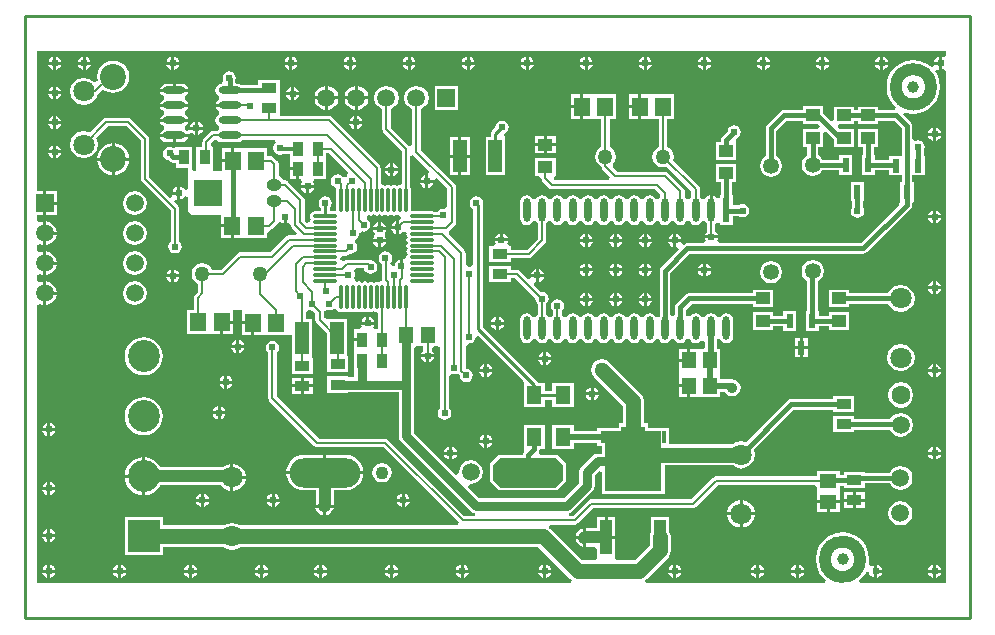
<source format=gtl>
%FSLAX25Y25*%
%MOIN*%
G70*
G01*
G75*
G04 Layer_Physical_Order=1*
G04 Layer_Color=255*
%ADD10C,0.03937*%
%ADD11R,0.05315X0.06102*%
%ADD12O,0.07480X0.02362*%
%ADD13O,0.08268X0.01181*%
%ADD14O,0.01181X0.08268*%
%ADD15R,0.04528X0.10630*%
%ADD16R,0.04528X0.05709*%
%ADD17R,0.05118X0.03347*%
%ADD18O,0.23622X0.09843*%
G04:AMPARAMS|DCode=19|XSize=98.43mil|YSize=236.22mil|CornerRadius=0mil|HoleSize=0mil|Usage=FLASHONLY|Rotation=90.000|XOffset=0mil|YOffset=0mil|HoleType=Round|Shape=Octagon|*
%AMOCTAGOND19*
4,1,8,-0.11811,-0.02461,-0.11811,0.02461,-0.09350,0.04921,0.09350,0.04921,0.11811,0.02461,0.11811,-0.02461,0.09350,-0.04921,-0.09350,-0.04921,-0.11811,-0.02461,0.0*
%
%ADD19OCTAGOND19*%

%ADD20R,0.05118X0.05906*%
%ADD21R,0.03347X0.05118*%
%ADD22R,0.09213X0.08600*%
%ADD23R,0.02362X0.04528*%
%ADD24R,0.02362X0.07874*%
%ADD25O,0.02362X0.07874*%
%ADD26R,0.18898X0.20079*%
%ADD27R,0.03937X0.11811*%
%ADD28R,0.07874X0.01575*%
%ADD29R,0.01575X0.03937*%
%ADD30R,0.04724X0.03937*%
%ADD31R,0.05709X0.04528*%
%ADD32C,0.03937*%
%ADD33C,0.00800*%
%ADD34C,0.01500*%
%ADD35C,0.05000*%
%ADD36C,0.02000*%
%ADD37C,0.03000*%
%ADD38C,0.01200*%
%ADD39C,0.01000*%
%ADD40C,0.04000*%
%ADD41C,0.00394*%
%ADD42C,0.05906*%
%ADD43R,0.05906X0.05906*%
%ADD44C,0.04331*%
%ADD45O,0.05000X0.04000*%
%ADD46C,0.05000*%
%ADD47C,0.07087*%
%ADD48C,0.05315*%
%ADD49C,0.06299*%
%ADD50C,0.10630*%
%ADD51R,0.10630X0.10630*%
%ADD52C,0.08661*%
%ADD53C,0.02400*%
%ADD54C,0.03600*%
G36*
X122389Y134394D02*
X123010Y134270D01*
X123630Y134394D01*
X123994Y134637D01*
X124357Y134394D01*
X124940Y134278D01*
X125018Y134151D01*
X125298Y133314D01*
X125069Y133161D01*
X125069Y133161D01*
X124720Y132812D01*
Y130294D01*
Y128150D01*
X125078Y128221D01*
X125806Y128708D01*
X126152Y128874D01*
X126172Y128878D01*
X127012Y128712D01*
X127140Y128433D01*
X127096Y128215D01*
X127220Y127594D01*
X127463Y127231D01*
X127220Y126867D01*
X127096Y126247D01*
X127220Y125626D01*
X127463Y125262D01*
X127220Y124899D01*
X127096Y124278D01*
X127220Y123657D01*
X127463Y123294D01*
X127220Y122930D01*
X127096Y122309D01*
X127220Y121689D01*
X127463Y121325D01*
X127220Y120961D01*
X127096Y120341D01*
X127101Y120319D01*
X126278Y119666D01*
X125920Y119737D01*
Y117594D01*
X124920D01*
Y119737D01*
X124561Y119666D01*
X123834Y119180D01*
X123347Y118452D01*
X123179Y117605D01*
X123175Y117586D01*
X123163Y117543D01*
X122747Y117402D01*
X121747Y118118D01*
Y118616D01*
X122151Y119220D01*
X122322Y120079D01*
X122151Y120937D01*
X121665Y121665D01*
X120937Y122151D01*
X120079Y122322D01*
X119220Y122151D01*
X118493Y121665D01*
X118006Y120937D01*
X117836Y120079D01*
X118006Y119220D01*
X118493Y118493D01*
X118892Y118226D01*
Y112694D01*
X118892Y112694D01*
X118798Y112552D01*
X117725Y112194D01*
X117104Y112317D01*
X116483Y112194D01*
X116120Y111951D01*
X115756Y112194D01*
X115135Y112317D01*
X114515Y112194D01*
X114151Y111951D01*
X113787Y112194D01*
X113167Y112317D01*
X112546Y112194D01*
X112183Y111951D01*
X111819Y112194D01*
X111198Y112317D01*
X110578Y112194D01*
X110013Y112522D01*
X109742Y113661D01*
X109792Y113735D01*
X109963Y114594D01*
X109792Y115452D01*
X109638Y115683D01*
X110172Y116683D01*
X113003D01*
X113085Y116268D01*
X113571Y115540D01*
X114299Y115054D01*
X115157Y114883D01*
X116016Y115054D01*
X116744Y115540D01*
X117230Y116268D01*
X117401Y117126D01*
X117230Y117984D01*
X116744Y118712D01*
X116016Y119198D01*
X115157Y119369D01*
X114889Y119316D01*
X114719Y119429D01*
X114173Y119538D01*
X114173Y119538D01*
X107283D01*
X107283Y119538D01*
X106737Y119429D01*
X106274Y119120D01*
X106274Y119120D01*
X105270Y119416D01*
X105019Y119720D01*
X105143Y120341D01*
X105587Y120882D01*
X106935D01*
X106935Y120882D01*
X107482Y120991D01*
X107945Y121300D01*
X108232Y121588D01*
X108420Y121551D01*
X109278Y121721D01*
X110006Y122208D01*
X110492Y122935D01*
X110663Y123794D01*
X110492Y124652D01*
X110006Y125380D01*
X109997Y125386D01*
X110045Y126004D01*
X110162Y126478D01*
X110806Y126908D01*
X111292Y127635D01*
X111422Y128287D01*
X111614Y128584D01*
X112374Y129039D01*
X112820Y128951D01*
X113678Y129121D01*
X114406Y129608D01*
X114892Y130335D01*
X115063Y131194D01*
X114892Y132052D01*
X114406Y132780D01*
X113908Y133113D01*
X113837Y133934D01*
X113906Y134225D01*
X114403Y134469D01*
X114515Y134394D01*
X115135Y134270D01*
X115756Y134394D01*
X116120Y134637D01*
X116483Y134394D01*
X117104Y134270D01*
X117725Y134394D01*
X118088Y134637D01*
X118452Y134394D01*
X119072Y134270D01*
X119693Y134394D01*
X120057Y134637D01*
X120420Y134394D01*
X121041Y134270D01*
X121662Y134394D01*
X122025Y134637D01*
X122389Y134394D01*
D02*
G37*
G36*
X83613Y158566D02*
X83334Y158380D01*
X82847Y157652D01*
X82677Y156794D01*
X82847Y155935D01*
X83334Y155208D01*
X84061Y154721D01*
X84920Y154551D01*
X85778Y154721D01*
X85989Y154862D01*
X88100D01*
Y153453D01*
X88100D01*
Y150394D01*
X90773D01*
Y149894D01*
X91273D01*
Y146335D01*
X91927D01*
X92063Y146165D01*
X92370Y145335D01*
X92047Y144852D01*
X91976Y144494D01*
X96263D01*
X96192Y144852D01*
X95870Y145335D01*
X96176Y146165D01*
X96313Y146335D01*
X100139D01*
Y152935D01*
X100139D01*
Y155066D01*
X101328D01*
X107565Y148829D01*
X107394Y147587D01*
X107234Y147480D01*
X107030Y147175D01*
X105879Y147121D01*
X105706Y147380D01*
X104978Y147866D01*
X104120Y148037D01*
X103261Y147866D01*
X102534Y147380D01*
X102047Y146652D01*
X101877Y145794D01*
X102047Y144935D01*
X102534Y144208D01*
X103261Y143721D01*
X103671Y142979D01*
Y136714D01*
X103541Y135872D01*
X102699Y135742D01*
X101549D01*
Y136770D01*
X101606Y136808D01*
X102092Y137535D01*
X102263Y138394D01*
X102092Y139252D01*
X101606Y139980D01*
X100878Y140466D01*
X100020Y140637D01*
X99161Y140466D01*
X98434Y139980D01*
X97947Y139252D01*
X97777Y138394D01*
X97947Y137535D01*
X98434Y136808D01*
X98490Y136770D01*
Y135742D01*
X96435D01*
X95814Y135619D01*
X95288Y135267D01*
X94936Y134741D01*
X94813Y134121D01*
X94936Y133500D01*
X95103Y133250D01*
X94979Y132837D01*
X94936Y132773D01*
X94890Y132540D01*
X94810Y132272D01*
X94381Y132033D01*
X93846Y131886D01*
X93147Y132585D01*
Y139494D01*
X93147Y139494D01*
X93038Y140040D01*
X92729Y140503D01*
X92729Y140503D01*
X87754Y145478D01*
X88277Y146335D01*
X90273D01*
Y149394D01*
X88100D01*
Y146491D01*
X87317Y145812D01*
X87166Y145913D01*
X86620Y146021D01*
X86620Y146021D01*
X86174D01*
X85683Y146757D01*
X84690Y147420D01*
X84447Y147468D01*
Y151594D01*
X84338Y152140D01*
X84215Y152325D01*
X84029Y152603D01*
X84029Y152603D01*
X83029Y153603D01*
X82566Y153912D01*
X82020Y154021D01*
X82020Y154021D01*
X80714D01*
Y156645D01*
X73399D01*
Y156645D01*
X72840D01*
Y156645D01*
X69683D01*
Y152594D01*
X69183D01*
Y152094D01*
X65525D01*
Y149194D01*
X62582D01*
X62439Y150135D01*
X62439D01*
Y157253D01*
X62210D01*
X61997Y158253D01*
X63053Y159308D01*
X64040Y159421D01*
X64762Y158939D01*
X65613Y158770D01*
X70731D01*
X71582Y158939D01*
X72303Y159421D01*
X72400Y159566D01*
X83309D01*
X83613Y158566D01*
D02*
G37*
G36*
X129410Y154384D02*
X134880Y148914D01*
X134845Y148722D01*
X134358Y148322D01*
Y146169D01*
X136512D01*
X136911Y146656D01*
X137103Y146692D01*
X140692Y143102D01*
Y137000D01*
X139692Y136423D01*
X139120Y136537D01*
X138261Y136366D01*
X137534Y135880D01*
X137312Y135548D01*
X136531D01*
X136425Y135619D01*
X135805Y135742D01*
X129540D01*
X128698Y135872D01*
X128568Y136714D01*
Y142979D01*
X128445Y143599D01*
X128374Y143705D01*
Y154136D01*
X129374Y154439D01*
X129410Y154384D01*
D02*
G37*
G36*
X307087Y187573D02*
X306087Y187038D01*
X305977Y187112D01*
X305618Y187183D01*
Y185039D01*
Y182896D01*
X305977Y182967D01*
X306087Y183041D01*
X307087Y182506D01*
Y11811D01*
X278399D01*
X278060Y12811D01*
X278770Y13356D01*
X280192Y15210D01*
X280271Y15400D01*
X281311Y15297D01*
X281392Y14890D01*
X281878Y14162D01*
X282606Y13676D01*
X282965Y13604D01*
Y15748D01*
Y17892D01*
X282606Y17820D01*
X282111Y17490D01*
X281282Y17865D01*
X281166Y17969D01*
X281392Y19685D01*
X281086Y22002D01*
X280192Y24160D01*
X278770Y26014D01*
X276916Y27437D01*
X274758Y28331D01*
X272441Y28636D01*
X270124Y28331D01*
X267966Y27437D01*
X266112Y26014D01*
X264689Y24160D01*
X263795Y22002D01*
X263490Y19685D01*
X263795Y17368D01*
X264689Y15210D01*
X266112Y13356D01*
X266822Y12811D01*
X266483Y11811D01*
X206932D01*
X206629Y12811D01*
X207248Y13225D01*
X214101Y20078D01*
X214684D01*
Y20882D01*
X215013Y21374D01*
X215284Y22739D01*
Y26983D01*
X215013Y28349D01*
X214684Y28841D01*
Y33889D01*
X208747D01*
Y28841D01*
X208419Y28349D01*
X208147Y26983D01*
Y24217D01*
X203246Y19317D01*
X197268D01*
X197268Y19317D01*
X196692Y20078D01*
X196692Y20317D01*
Y26484D01*
X193724D01*
Y26983D01*
X193224D01*
Y33889D01*
X190755D01*
Y30042D01*
X186920D01*
Y26894D01*
Y23925D01*
X190048D01*
X190755Y23218D01*
Y20317D01*
X190755Y20078D01*
X190179Y19317D01*
X185643D01*
X175043Y29917D01*
X174520Y30266D01*
X174824Y31266D01*
X183120D01*
X183120Y31266D01*
X183666Y31375D01*
X184129Y31684D01*
X189211Y36766D01*
X222476D01*
X222476Y36766D01*
X223023Y36875D01*
X223486Y37184D01*
X230811Y44510D01*
X263158D01*
X263865Y43802D01*
Y43114D01*
X263865Y42673D01*
Y42394D01*
Y42114D01*
X263865Y41673D01*
Y39350D01*
X271574D01*
Y41673D01*
X271574Y42114D01*
Y42394D01*
Y42673D01*
X271574Y43114D01*
Y44256D01*
X272861D01*
Y43367D01*
X279979D01*
Y45015D01*
X288158D01*
X288870Y43949D01*
X290177Y43076D01*
X291720Y42769D01*
X293262Y43076D01*
X294569Y43949D01*
X295443Y45257D01*
X295750Y46799D01*
X295443Y48342D01*
X294569Y49649D01*
X293262Y50523D01*
X291720Y50829D01*
X290177Y50523D01*
X288870Y49649D01*
X288158Y48583D01*
X279979D01*
Y48713D01*
X272861D01*
Y47824D01*
X271574D01*
Y49201D01*
X263865D01*
Y47364D01*
X230220D01*
X229673Y47256D01*
X229488Y47132D01*
X229210Y46946D01*
X229210Y46946D01*
X221885Y39621D01*
X188620D01*
X188073Y39513D01*
X187888Y39388D01*
X187610Y39203D01*
X187610Y39203D01*
X182528Y34121D01*
X181202D01*
X181104Y35121D01*
X181695Y35239D01*
X182522Y35791D01*
X189022Y42291D01*
X189575Y43118D01*
X189769Y44094D01*
Y47738D01*
X191271Y49240D01*
X192271Y48826D01*
Y41338D01*
X213169D01*
Y51010D01*
X235783D01*
X236847Y50299D01*
X238620Y49946D01*
X240392Y50299D01*
X241895Y51303D01*
X242899Y52806D01*
X243252Y54579D01*
X242902Y56338D01*
X256120Y69556D01*
X269261D01*
Y68667D01*
X276379D01*
Y74013D01*
X269261D01*
Y73124D01*
X255381D01*
X255381Y73124D01*
X254698Y72989D01*
X254409Y72795D01*
X254119Y72602D01*
X254119Y72602D01*
X240379Y58861D01*
X238620Y59211D01*
X236847Y58858D01*
X235783Y58147D01*
X214743D01*
Y63416D01*
X207657D01*
Y64991D01*
X206288D01*
Y72394D01*
X206017Y73759D01*
X205243Y74917D01*
X194743Y85417D01*
X193585Y86191D01*
X192220Y86462D01*
X190854Y86191D01*
X189696Y85417D01*
X188923Y84259D01*
X188651Y82894D01*
X188923Y81528D01*
X189696Y80370D01*
X199151Y70916D01*
Y64991D01*
X197783D01*
Y63416D01*
X190696D01*
Y62533D01*
X182879D01*
Y64447D01*
X175761D01*
Y56541D01*
X182879D01*
Y58455D01*
X190696D01*
Y57480D01*
X192271D01*
Y54926D01*
X190803D01*
X189828Y54732D01*
X189001Y54180D01*
X185417Y50596D01*
X184865Y49769D01*
X184671Y48794D01*
Y45149D01*
X179664Y40143D01*
X151375D01*
X147723Y43795D01*
X148216Y44716D01*
X148490Y44662D01*
X150032Y44969D01*
X151339Y45842D01*
X152213Y47150D01*
X152520Y48692D01*
X152213Y50234D01*
X151339Y51542D01*
X150032Y52416D01*
X148490Y52722D01*
X146947Y52416D01*
X145640Y51542D01*
X144766Y50234D01*
X144459Y48692D01*
X144514Y48419D01*
X143592Y47926D01*
X129625Y61893D01*
Y77665D01*
Y89753D01*
X130337Y90635D01*
X130625Y90639D01*
X130899D01*
X131340Y90639D01*
X132736D01*
Y89215D01*
X132534Y89080D01*
X132047Y88352D01*
X131976Y87994D01*
X136263D01*
X136192Y88352D01*
X135706Y89080D01*
X135729Y90071D01*
X136298Y90639D01*
X137392D01*
X137427Y90639D01*
X138392Y90556D01*
Y70086D01*
X138234Y69980D01*
X137747Y69252D01*
X137577Y68394D01*
X137747Y67535D01*
X138234Y66808D01*
X138961Y66321D01*
X139820Y66151D01*
X140678Y66321D01*
X141406Y66808D01*
X141892Y67535D01*
X142063Y68394D01*
X141892Y69252D01*
X141406Y69980D01*
X141247Y70086D01*
Y80887D01*
X142247Y81464D01*
X142820Y81351D01*
X143678Y81521D01*
X143919Y81682D01*
X144336Y81599D01*
X144795Y81087D01*
X144777Y80994D01*
X144947Y80135D01*
X145434Y79408D01*
X146161Y78921D01*
X147020Y78751D01*
X147878Y78921D01*
X148606Y79408D01*
X149092Y80135D01*
X149263Y80994D01*
X149092Y81852D01*
X148606Y82580D01*
X147878Y83066D01*
X147020Y83237D01*
X146847Y83378D01*
Y90920D01*
X147847Y91685D01*
X148020Y91651D01*
X148878Y91821D01*
X149606Y92308D01*
X150092Y93035D01*
X150210Y93627D01*
X150961Y93985D01*
X151230Y94020D01*
X165937Y79313D01*
X166161Y78346D01*
X166161D01*
X166161Y78346D01*
Y70441D01*
X173279D01*
Y72864D01*
X175761D01*
Y70541D01*
X182879D01*
Y78447D01*
X175761D01*
Y75923D01*
X173279D01*
Y78347D01*
X171088D01*
X170801Y78775D01*
X152449Y97127D01*
Y137471D01*
X152492Y137535D01*
X152663Y138394D01*
X152492Y139252D01*
X152006Y139980D01*
X151278Y140466D01*
X150420Y140637D01*
X149561Y140466D01*
X148834Y139980D01*
X148347Y139252D01*
X148177Y138394D01*
X148347Y137535D01*
X148834Y136808D01*
X149390Y136436D01*
Y117735D01*
X148390Y117063D01*
X148020Y117137D01*
X147847Y117103D01*
X146847Y117867D01*
Y121694D01*
X146739Y122240D01*
X146615Y122425D01*
X146429Y122703D01*
X146429Y122703D01*
X141134Y127998D01*
X141219Y129174D01*
X143129Y131084D01*
X143129Y131084D01*
X143438Y131547D01*
X143547Y132094D01*
X143547Y132094D01*
Y143694D01*
X143547Y143694D01*
X143438Y144240D01*
X143129Y144703D01*
X143129Y144703D01*
X131847Y155985D01*
Y169747D01*
X131962Y169770D01*
X133270Y170644D01*
X134143Y171951D01*
X134450Y173494D01*
X134143Y175036D01*
X133270Y176344D01*
X131962Y177217D01*
X130420Y177524D01*
X128877Y177217D01*
X127570Y176344D01*
X126696Y175036D01*
X126390Y173494D01*
X126696Y171951D01*
X127570Y170644D01*
X128877Y169770D01*
X128992Y169747D01*
Y157725D01*
X127992Y157422D01*
X127956Y157476D01*
X127956Y157476D01*
X121847Y163585D01*
Y169747D01*
X121962Y169770D01*
X123269Y170644D01*
X124143Y171951D01*
X124450Y173494D01*
X124143Y175036D01*
X123269Y176344D01*
X121962Y177217D01*
X120420Y177524D01*
X118877Y177217D01*
X117570Y176344D01*
X116696Y175036D01*
X116390Y173494D01*
X116696Y171951D01*
X117570Y170644D01*
X118877Y169770D01*
X118992Y169747D01*
Y162994D01*
X118992Y162994D01*
X119101Y162448D01*
X119410Y161984D01*
X125519Y155876D01*
Y145045D01*
X124978Y144600D01*
X124357Y144477D01*
X123994Y144234D01*
X123630Y144477D01*
X123010Y144600D01*
X122389Y144477D01*
X122025Y144234D01*
X121662Y144477D01*
X121041Y144600D01*
X120420Y144477D01*
X120057Y144234D01*
X119693Y144477D01*
X119072Y144600D01*
X118531Y145045D01*
Y150009D01*
X118423Y150556D01*
X118299Y150741D01*
X118113Y151019D01*
X118113Y151019D01*
X102129Y167003D01*
X101666Y167313D01*
X101120Y167421D01*
X101120Y167421D01*
X85715D01*
X84779Y167574D01*
Y172750D01*
Y174267D01*
X84779Y174267D01*
X84779D01*
Y179613D01*
X77661D01*
Y177778D01*
X71986D01*
X71582Y178048D01*
X70731Y178217D01*
X70401D01*
X70080Y179218D01*
X70092Y179235D01*
X70263Y180094D01*
X70092Y180952D01*
X69606Y181680D01*
X68878Y182166D01*
X68020Y182337D01*
X67161Y182166D01*
X66434Y181680D01*
X65947Y180952D01*
X65777Y180094D01*
X65947Y179235D01*
X65959Y179218D01*
X65758Y178636D01*
X65447Y178184D01*
X64762Y178048D01*
X64040Y177566D01*
X63558Y176845D01*
X63389Y175994D01*
X63558Y175143D01*
X64040Y174421D01*
X64613Y174038D01*
X64695Y173494D01*
X64613Y172949D01*
X64040Y172566D01*
X63558Y171845D01*
X63488Y171494D01*
X68172D01*
Y170494D01*
X63488D01*
X63558Y170143D01*
X64040Y169421D01*
X64613Y169038D01*
X64695Y168494D01*
X64613Y167949D01*
X64040Y167566D01*
X63558Y166845D01*
X63389Y165994D01*
X63558Y165143D01*
X64040Y164421D01*
X64613Y164038D01*
X64695Y163494D01*
X64613Y162949D01*
X64040Y162566D01*
X63943Y162421D01*
X62720D01*
X62720Y162421D01*
X62173Y162312D01*
X61710Y162003D01*
X61710Y162003D01*
X59410Y159703D01*
X59101Y159240D01*
X58992Y158694D01*
X58992Y158694D01*
Y157253D01*
X57093D01*
Y150135D01*
X57093D01*
X56950Y149194D01*
X55889D01*
X55747Y150135D01*
X55747Y150194D01*
Y157253D01*
X50400D01*
Y157227D01*
X50355Y157185D01*
X49400Y156784D01*
X48978Y157066D01*
X48120Y157237D01*
X47261Y157066D01*
X46534Y156580D01*
X46047Y155852D01*
X45877Y154994D01*
X46047Y154135D01*
X46534Y153408D01*
X47261Y152921D01*
X47770Y152820D01*
X48158Y152432D01*
X48158Y152432D01*
X48447Y152239D01*
X48737Y152045D01*
X49420Y151909D01*
X49420Y151909D01*
X50400D01*
Y150135D01*
X54277D01*
X54361Y149135D01*
X54220Y148994D01*
Y143031D01*
X53294Y142628D01*
X53220Y142641D01*
X52767Y143318D01*
X52039Y143805D01*
X51681Y143876D01*
Y141732D01*
Y139589D01*
X52039Y139660D01*
X52767Y140146D01*
X53220Y140823D01*
X53294Y140836D01*
X54220Y140434D01*
Y135894D01*
X54120Y135794D01*
X55520Y134394D01*
X65325D01*
Y131294D01*
X68983D01*
Y130794D01*
X69483D01*
Y126742D01*
X72640D01*
Y126742D01*
X73199D01*
Y126742D01*
X80514D01*
Y128560D01*
X81120Y129266D01*
X81666Y129375D01*
X82129Y129684D01*
X84029Y131584D01*
X84029Y131584D01*
X84157Y131776D01*
X84329Y131874D01*
X85089Y132050D01*
X85359Y132051D01*
X85756Y131786D01*
X86114Y131715D01*
Y133858D01*
X87114D01*
Y131715D01*
X87473Y131786D01*
X87492Y131799D01*
X87516Y131799D01*
X87641Y131785D01*
X88492Y131265D01*
Y131248D01*
X88492Y131248D01*
X88601Y130702D01*
X88910Y130239D01*
X90551Y128598D01*
X90169Y127674D01*
X87773D01*
X87772Y127674D01*
X87226Y127565D01*
X86763Y127256D01*
X86763Y127256D01*
X81528Y122021D01*
X71620D01*
X71620Y122021D01*
X71073Y121913D01*
X70610Y121603D01*
X70610Y121603D01*
X65228Y116221D01*
X62275D01*
X61543Y117317D01*
X60385Y118091D01*
X59020Y118362D01*
X57654Y118091D01*
X56496Y117317D01*
X55723Y116159D01*
X55451Y114794D01*
X55723Y113428D01*
X56496Y112270D01*
X57592Y111538D01*
Y108885D01*
X56573Y107866D01*
X56264Y107403D01*
X56155Y106857D01*
X56155Y106857D01*
Y102745D01*
X53925D01*
Y94643D01*
X60799D01*
X61240Y94643D01*
X61520D01*
X61799D01*
X62240Y94643D01*
X64957D01*
Y98694D01*
X65457D01*
Y99194D01*
X69114D01*
Y101745D01*
X69114Y102745D01*
X70114Y102745D01*
X71167D01*
X72125Y102645D01*
X72125Y101745D01*
Y99094D01*
X75783D01*
Y98594D01*
X76283D01*
Y94542D01*
X78999D01*
X79440Y94542D01*
X79720D01*
X79999D01*
X80440Y94542D01*
X88950D01*
Y87179D01*
X88950Y87179D01*
X88950D01*
X88948Y87172D01*
X88948Y87172D01*
X88861Y86913D01*
X88861Y86913D01*
X88861D01*
X88861Y86913D01*
X88861Y86216D01*
Y81567D01*
X95979D01*
Y86913D01*
X95979D01*
X95478Y87179D01*
Y99809D01*
X93642D01*
Y102234D01*
X94642Y102768D01*
X94861Y102621D01*
X95720Y102451D01*
X95907Y102488D01*
X96742Y101652D01*
Y99349D01*
X96742Y99349D01*
X96851Y98803D01*
X97160Y98340D01*
X100761Y94739D01*
Y87313D01*
X100561D01*
Y81967D01*
X107679D01*
Y87313D01*
X107289D01*
Y99809D01*
X100761D01*
X100761Y99809D01*
Y99809D01*
X99891Y100157D01*
X99597Y100379D01*
Y102196D01*
X99741Y102340D01*
X100461Y102821D01*
X101320Y102651D01*
X102178Y102821D01*
X102734Y103193D01*
X103557Y103034D01*
X103845Y102913D01*
X104146Y102462D01*
X104672Y102110D01*
X105293Y101987D01*
X105913Y102110D01*
X106277Y102353D01*
X106641Y102110D01*
X107261Y101987D01*
X107882Y102110D01*
X108246Y102353D01*
X108609Y102110D01*
X109230Y101987D01*
X109851Y102110D01*
X110214Y102353D01*
X110578Y102110D01*
X111198Y101987D01*
X111819Y102110D01*
X112183Y102353D01*
X112546Y102110D01*
X113167Y101987D01*
X113787Y102110D01*
X114151Y102353D01*
X114515Y102110D01*
X115135Y101987D01*
X115756Y102110D01*
X116120Y102353D01*
X116483Y102110D01*
X117104Y101987D01*
X117645Y101543D01*
Y96353D01*
X116637D01*
X116030Y97244D01*
X116246Y97567D01*
X116317Y97925D01*
X112030D01*
X112101Y97567D01*
X112244Y97353D01*
X111709Y96353D01*
X109600D01*
Y93294D01*
X112273D01*
Y92294D01*
X109600D01*
Y89235D01*
X109600D01*
Y82235D01*
X109724D01*
Y80496D01*
X107679D01*
Y80620D01*
X100561D01*
Y75274D01*
X107679D01*
Y75398D01*
X124527D01*
Y60837D01*
X124721Y59862D01*
X125274Y59035D01*
X148517Y35791D01*
X149344Y35239D01*
X149935Y35121D01*
X149837Y34121D01*
X146411D01*
X121070Y59462D01*
X120607Y59771D01*
X120061Y59880D01*
X120061Y59880D01*
X97952D01*
X83847Y73985D01*
Y88602D01*
X84006Y88708D01*
X84492Y89435D01*
X84663Y90294D01*
X84492Y91152D01*
X84006Y91880D01*
X83278Y92366D01*
X82420Y92537D01*
X81561Y92366D01*
X80834Y91880D01*
X80347Y91152D01*
X80177Y90294D01*
X80347Y89435D01*
X80834Y88708D01*
X80992Y88602D01*
Y73394D01*
X80992Y73394D01*
X81101Y72847D01*
X81410Y72384D01*
X96352Y57443D01*
X96352Y57443D01*
X96815Y57134D01*
X97361Y57025D01*
X97361Y57025D01*
X119470D01*
X144532Y31962D01*
X144139Y30962D01*
X71629D01*
X70692Y31588D01*
X68920Y31941D01*
X67147Y31588D01*
X66210Y30962D01*
X45835D01*
Y33709D01*
X33205D01*
Y21079D01*
X45835D01*
Y23825D01*
X65955D01*
X67147Y23029D01*
X68920Y22676D01*
X70692Y23029D01*
X71884Y23825D01*
X171042D01*
X181642Y13225D01*
X182261Y12811D01*
X181958Y11811D01*
X3937D01*
Y104305D01*
X4819Y104776D01*
X4977Y104670D01*
X6020Y104463D01*
Y108394D01*
Y112324D01*
X4977Y112117D01*
X4819Y112011D01*
X3937Y112483D01*
Y114305D01*
X4819Y114776D01*
X4977Y114670D01*
X6020Y114463D01*
Y118394D01*
Y122324D01*
X4977Y122117D01*
X4819Y122011D01*
X3937Y122483D01*
Y124305D01*
X4819Y124776D01*
X4977Y124670D01*
X6020Y124463D01*
Y128394D01*
Y132324D01*
X4977Y132117D01*
X4819Y132011D01*
X3937Y132483D01*
Y134441D01*
X6020D01*
Y138394D01*
Y142347D01*
X3937D01*
Y188976D01*
X307087D01*
Y187573D01*
D02*
G37*
%LPC*%
G36*
X91920Y80221D02*
X88861D01*
Y78047D01*
X91920D01*
Y80221D01*
D02*
G37*
G36*
X69073Y78240D02*
X67429D01*
Y76596D01*
X67787Y76668D01*
X68515Y77154D01*
X69002Y77882D01*
X69073Y78240D01*
D02*
G37*
G36*
X95979Y80221D02*
X92920D01*
Y78047D01*
X95979D01*
Y80221D01*
D02*
G37*
G36*
X66429Y80884D02*
X66071Y80813D01*
X65343Y80326D01*
X64857Y79599D01*
X64785Y79240D01*
X66429D01*
Y80884D01*
D02*
G37*
G36*
Y78240D02*
X64785D01*
X64857Y77882D01*
X65343Y77154D01*
X66071Y76668D01*
X66429Y76596D01*
Y78240D01*
D02*
G37*
G36*
X188476Y76947D02*
X188118Y76876D01*
X187390Y76389D01*
X186904Y75661D01*
X186833Y75303D01*
X188476D01*
Y76947D01*
D02*
G37*
G36*
X95979Y77047D02*
X92920D01*
Y74874D01*
X95979D01*
Y77047D01*
D02*
G37*
G36*
X91920D02*
X88861D01*
Y74874D01*
X91920D01*
Y77047D01*
D02*
G37*
G36*
X189476Y76947D02*
Y75303D01*
X191120D01*
X191049Y75661D01*
X190562Y76389D01*
X189835Y76876D01*
X189476Y76947D01*
D02*
G37*
G36*
X220676Y77094D02*
X217913D01*
Y73739D01*
X220676D01*
Y77094D01*
D02*
G37*
G36*
X67429Y80884D02*
Y79240D01*
X69073D01*
X69002Y79599D01*
X68515Y80326D01*
X67787Y80813D01*
X67429Y80884D01*
D02*
G37*
G36*
X153043Y84821D02*
X152685Y84750D01*
X151957Y84263D01*
X151471Y83536D01*
X151400Y83177D01*
X153043D01*
Y84821D01*
D02*
G37*
G36*
X291820Y91584D02*
X290047Y91231D01*
X288544Y90227D01*
X287540Y88724D01*
X287187Y86951D01*
X287540Y85179D01*
X288544Y83676D01*
X290047Y82671D01*
X291820Y82319D01*
X293592Y82671D01*
X295095Y83676D01*
X296099Y85179D01*
X296452Y86951D01*
X296099Y88724D01*
X295095Y90227D01*
X293592Y91231D01*
X291820Y91584D01*
D02*
G37*
G36*
X154043Y84821D02*
Y83177D01*
X155687D01*
X155616Y83536D01*
X155129Y84263D01*
X154402Y84750D01*
X154043Y84821D01*
D02*
G37*
G36*
X303650D02*
Y83177D01*
X305293D01*
X305222Y83536D01*
X304736Y84263D01*
X304008Y84750D01*
X303650Y84821D01*
D02*
G37*
G36*
X302650D02*
X302291Y84750D01*
X301564Y84263D01*
X301077Y83536D01*
X301006Y83177D01*
X302650D01*
Y84821D01*
D02*
G37*
G36*
X155687Y82177D02*
X154043D01*
Y80533D01*
X154402Y80605D01*
X155129Y81091D01*
X155616Y81819D01*
X155687Y82177D01*
D02*
G37*
G36*
X153043D02*
X151400D01*
X151471Y81819D01*
X151957Y81091D01*
X152685Y80605D01*
X153043Y80533D01*
Y82177D01*
D02*
G37*
G36*
X302650D02*
X301006D01*
X301077Y81819D01*
X301564Y81091D01*
X302291Y80605D01*
X302650Y80533D01*
Y82177D01*
D02*
G37*
G36*
X39520Y93763D02*
X37871Y93546D01*
X36335Y92910D01*
X35016Y91898D01*
X34004Y90578D01*
X33367Y89042D01*
X33150Y87394D01*
X33367Y85745D01*
X34004Y84209D01*
X35016Y82890D01*
X36335Y81878D01*
X37871Y81241D01*
X39520Y81024D01*
X41168Y81241D01*
X42704Y81878D01*
X44024Y82890D01*
X45036Y84209D01*
X45672Y85745D01*
X45889Y87394D01*
X45672Y89042D01*
X45036Y90578D01*
X44024Y91898D01*
X42704Y92910D01*
X41168Y93546D01*
X39520Y93763D01*
D02*
G37*
G36*
X305293Y82177D02*
X303650D01*
Y80533D01*
X304008Y80605D01*
X304736Y81091D01*
X305222Y81819D01*
X305293Y82177D01*
D02*
G37*
G36*
X191120Y74303D02*
X189476D01*
Y72659D01*
X189835Y72731D01*
X190562Y73217D01*
X191049Y73945D01*
X191120Y74303D01*
D02*
G37*
G36*
X153043Y58555D02*
X151400D01*
X151471Y58197D01*
X151957Y57469D01*
X152685Y56983D01*
X153043Y56911D01*
Y58555D01*
D02*
G37*
G36*
X303650Y57262D02*
Y55618D01*
X305293D01*
X305222Y55976D01*
X304736Y56704D01*
X304008Y57191D01*
X303650Y57262D01*
D02*
G37*
G36*
X155687Y58555D02*
X154043D01*
Y56911D01*
X154402Y56983D01*
X155129Y57469D01*
X155616Y58197D01*
X155687Y58555D01*
D02*
G37*
G36*
X154043Y61199D02*
Y59555D01*
X155687D01*
X155616Y59913D01*
X155129Y60641D01*
X154402Y61128D01*
X154043Y61199D01*
D02*
G37*
G36*
X153043D02*
X152685Y61128D01*
X151957Y60641D01*
X151471Y59913D01*
X151400Y59555D01*
X153043D01*
Y61199D01*
D02*
G37*
G36*
X302650Y57262D02*
X302291Y57191D01*
X301564Y56704D01*
X301077Y55976D01*
X301006Y55618D01*
X302650D01*
Y57262D01*
D02*
G37*
G36*
X141232Y54618D02*
X139589D01*
X139660Y54260D01*
X140146Y53532D01*
X140874Y53046D01*
X141232Y52974D01*
Y54618D01*
D02*
G37*
G36*
X305293D02*
X303650D01*
Y52974D01*
X304008Y53046D01*
X304736Y53532D01*
X305222Y54260D01*
X305293Y54618D01*
D02*
G37*
G36*
X143876D02*
X142232D01*
Y52974D01*
X142591Y53046D01*
X143318Y53532D01*
X143805Y54260D01*
X143876Y54618D01*
D02*
G37*
G36*
X142232Y57262D02*
Y55618D01*
X143876D01*
X143805Y55976D01*
X143318Y56704D01*
X142591Y57191D01*
X142232Y57262D01*
D02*
G37*
G36*
X141232D02*
X140874Y57191D01*
X140146Y56704D01*
X139660Y55976D01*
X139589Y55618D01*
X141232D01*
Y57262D01*
D02*
G37*
G36*
X7374Y62492D02*
X5730D01*
X5802Y62134D01*
X6288Y61406D01*
X7016Y60920D01*
X7374Y60848D01*
Y62492D01*
D02*
G37*
G36*
X64120Y70637D02*
X63761Y70566D01*
X63034Y70080D01*
X62547Y69352D01*
X62476Y68994D01*
X64120D01*
Y70637D01*
D02*
G37*
G36*
X291820Y68524D02*
X290277Y68217D01*
X288970Y67343D01*
X288361Y66431D01*
X276379D01*
Y67321D01*
X269261D01*
Y61974D01*
X276379D01*
Y62863D01*
X288155D01*
X288970Y61644D01*
X290277Y60770D01*
X291820Y60464D01*
X293362Y60770D01*
X294670Y61644D01*
X295543Y62951D01*
X295850Y64494D01*
X295543Y66036D01*
X294670Y67343D01*
X293362Y68217D01*
X291820Y68524D01*
D02*
G37*
G36*
X65120Y70637D02*
Y68994D01*
X66763D01*
X66692Y69352D01*
X66206Y70080D01*
X65478Y70566D01*
X65120Y70637D01*
D02*
G37*
G36*
X188476Y74303D02*
X186833D01*
X186904Y73945D01*
X187390Y73217D01*
X188118Y72731D01*
X188476Y72659D01*
Y74303D01*
D02*
G37*
G36*
X291820Y78725D02*
X290201Y78403D01*
X288828Y77485D01*
X287911Y76113D01*
X287589Y74494D01*
X287911Y72875D01*
X288828Y71502D01*
X290201Y70585D01*
X291820Y70263D01*
X293439Y70585D01*
X294811Y71502D01*
X295728Y72875D01*
X296051Y74494D01*
X295728Y76113D01*
X294811Y77485D01*
X293439Y78403D01*
X291820Y78725D01*
D02*
G37*
G36*
X66763Y67994D02*
X65120D01*
Y66350D01*
X65478Y66421D01*
X66206Y66908D01*
X66692Y67635D01*
X66763Y67994D01*
D02*
G37*
G36*
X39520Y73763D02*
X37871Y73546D01*
X36335Y72910D01*
X35016Y71898D01*
X34004Y70578D01*
X33367Y69042D01*
X33150Y67394D01*
X33367Y65745D01*
X34004Y64209D01*
X35016Y62890D01*
X36335Y61878D01*
X37871Y61241D01*
X39520Y61024D01*
X41168Y61241D01*
X42704Y61878D01*
X44024Y62890D01*
X45036Y64209D01*
X45672Y65745D01*
X45889Y67394D01*
X45672Y69042D01*
X45036Y70578D01*
X44024Y71898D01*
X42704Y72910D01*
X41168Y73546D01*
X39520Y73763D01*
D02*
G37*
G36*
X10018Y62492D02*
X8374D01*
Y60848D01*
X8732Y60920D01*
X9460Y61406D01*
X9946Y62134D01*
X10018Y62492D01*
D02*
G37*
G36*
X7374Y65136D02*
X7016Y65065D01*
X6288Y64578D01*
X5802Y63850D01*
X5730Y63492D01*
X7374D01*
Y65136D01*
D02*
G37*
G36*
X64120Y67994D02*
X62476D01*
X62547Y67635D01*
X63034Y66908D01*
X63761Y66421D01*
X64120Y66350D01*
Y67994D01*
D02*
G37*
G36*
X8374Y65136D02*
Y63492D01*
X10018D01*
X9946Y63850D01*
X9460Y64578D01*
X8732Y65065D01*
X8374Y65136D01*
D02*
G37*
G36*
X172728Y86114D02*
X171085D01*
X171156Y85756D01*
X171642Y85028D01*
X172370Y84542D01*
X172728Y84470D01*
Y86114D01*
D02*
G37*
G36*
X186508Y108443D02*
X186150Y108372D01*
X185422Y107885D01*
X184935Y107158D01*
X184864Y106799D01*
X186508D01*
Y108443D01*
D02*
G37*
G36*
X10450Y107894D02*
X7020D01*
Y104463D01*
X8062Y104670D01*
X9369Y105544D01*
X10243Y106851D01*
X10450Y107894D01*
D02*
G37*
G36*
X36520Y112424D02*
X34977Y112117D01*
X33670Y111243D01*
X32796Y109936D01*
X32489Y108394D01*
X32796Y106851D01*
X33670Y105544D01*
X34977Y104670D01*
X36520Y104364D01*
X38062Y104670D01*
X39369Y105544D01*
X40243Y106851D01*
X40550Y108394D01*
X40243Y109936D01*
X39369Y111243D01*
X38062Y112117D01*
X36520Y112424D01*
D02*
G37*
G36*
X197350Y108443D02*
Y106799D01*
X198994D01*
X198923Y107158D01*
X198436Y107885D01*
X197709Y108372D01*
X197350Y108443D01*
D02*
G37*
G36*
X196350D02*
X195992Y108372D01*
X195264Y107885D01*
X194778Y107158D01*
X194707Y106799D01*
X196350D01*
Y108443D01*
D02*
G37*
G36*
X187508D02*
Y106799D01*
X189152D01*
X189080Y107158D01*
X188594Y107885D01*
X187866Y108372D01*
X187508Y108443D01*
D02*
G37*
G36*
X196350Y105799D02*
X194707D01*
X194778Y105441D01*
X195264Y104713D01*
X195992Y104227D01*
X196350Y104156D01*
Y105799D01*
D02*
G37*
G36*
X189152D02*
X187508D01*
Y104156D01*
X187866Y104227D01*
X188594Y104713D01*
X189080Y105441D01*
X189152Y105799D01*
D02*
G37*
G36*
X186508D02*
X184864D01*
X184935Y105441D01*
X185422Y104713D01*
X186150Y104227D01*
X186508Y104156D01*
Y105799D01*
D02*
G37*
G36*
X208837D02*
X207193D01*
Y104156D01*
X207551Y104227D01*
X208279Y104713D01*
X208765Y105441D01*
X208837Y105799D01*
D02*
G37*
G36*
X206193D02*
X204549D01*
X204621Y105441D01*
X205107Y104713D01*
X205835Y104227D01*
X206193Y104156D01*
Y105799D01*
D02*
G37*
G36*
X198994D02*
X197350D01*
Y104156D01*
X197709Y104227D01*
X198436Y104713D01*
X198923Y105441D01*
X198994Y105799D01*
D02*
G37*
G36*
X248620Y119106D02*
X247193Y118822D01*
X245983Y118014D01*
X245174Y116804D01*
X244891Y115377D01*
X245174Y113950D01*
X245983Y112740D01*
X247193Y111932D01*
X248620Y111648D01*
X250047Y111932D01*
X251257Y112740D01*
X252065Y113950D01*
X252349Y115377D01*
X252065Y116804D01*
X251257Y118014D01*
X250047Y118822D01*
X248620Y119106D01*
D02*
G37*
G36*
X303650Y112380D02*
Y110736D01*
X305293D01*
X305222Y111095D01*
X304736Y111822D01*
X304008Y112309D01*
X303650Y112380D01*
D02*
G37*
G36*
X302650D02*
X302291Y112309D01*
X301564Y111822D01*
X301077Y111095D01*
X301006Y110736D01*
X302650D01*
Y112380D01*
D02*
G37*
G36*
X172863Y113794D02*
X171220D01*
Y112150D01*
X171578Y112221D01*
X172306Y112708D01*
X172792Y113435D01*
X172863Y113794D01*
D02*
G37*
G36*
X51356Y113673D02*
X49713D01*
Y112030D01*
X50071Y112101D01*
X50799Y112587D01*
X51285Y113315D01*
X51356Y113673D01*
D02*
G37*
G36*
X48713D02*
X47069D01*
X47140Y113315D01*
X47627Y112587D01*
X48354Y112101D01*
X48713Y112030D01*
Y113673D01*
D02*
G37*
G36*
X302650Y109736D02*
X301006D01*
X301077Y109378D01*
X301564Y108650D01*
X302291Y108164D01*
X302650Y108093D01*
Y109736D01*
D02*
G37*
G36*
X207193Y108443D02*
Y106799D01*
X208837D01*
X208765Y107158D01*
X208279Y107885D01*
X207551Y108372D01*
X207193Y108443D01*
D02*
G37*
G36*
X206193D02*
X205835Y108372D01*
X205107Y107885D01*
X204621Y107158D01*
X204549Y106799D01*
X206193D01*
Y108443D01*
D02*
G37*
G36*
X7020Y112324D02*
Y108894D01*
X10450D01*
X10243Y109936D01*
X9369Y111243D01*
X8062Y112117D01*
X7020Y112324D01*
D02*
G37*
G36*
X291820Y111268D02*
X290047Y110916D01*
X288544Y109912D01*
X287546Y108418D01*
X274682D01*
Y109602D01*
X267957D01*
Y103665D01*
X274682D01*
Y104850D01*
X287549D01*
X288544Y103361D01*
X290047Y102357D01*
X291820Y102004D01*
X293592Y102357D01*
X295095Y103361D01*
X296099Y104864D01*
X296452Y106636D01*
X296099Y108409D01*
X295095Y109912D01*
X293592Y110916D01*
X291820Y111268D01*
D02*
G37*
G36*
X305293Y109736D02*
X303650D01*
Y108093D01*
X304008Y108164D01*
X304736Y108650D01*
X305222Y109378D01*
X305293Y109736D01*
D02*
G37*
G36*
X70366Y90051D02*
X68722D01*
X68794Y89693D01*
X69280Y88965D01*
X70008Y88479D01*
X70366Y88407D01*
Y90051D01*
D02*
G37*
G36*
X173728Y88758D02*
Y87114D01*
X175372D01*
X175301Y87473D01*
X174814Y88200D01*
X174087Y88687D01*
X173728Y88758D01*
D02*
G37*
G36*
X172728D02*
X172370Y88687D01*
X171642Y88200D01*
X171156Y87473D01*
X171085Y87114D01*
X172728D01*
Y88758D01*
D02*
G37*
G36*
X260801Y93528D02*
X259120D01*
Y90765D01*
X260801D01*
Y93528D01*
D02*
G37*
G36*
X258120D02*
X256439D01*
Y90765D01*
X258120D01*
Y93528D01*
D02*
G37*
G36*
X73010Y90051D02*
X71366D01*
Y88407D01*
X71724Y88479D01*
X72452Y88965D01*
X72939Y89693D01*
X73010Y90051D01*
D02*
G37*
G36*
X136263Y86994D02*
X134620D01*
Y85350D01*
X134978Y85421D01*
X135706Y85908D01*
X136192Y86635D01*
X136263Y86994D01*
D02*
G37*
G36*
X133620D02*
X131976D01*
X132047Y86635D01*
X132534Y85908D01*
X133261Y85421D01*
X133620Y85350D01*
Y86994D01*
D02*
G37*
G36*
X175372Y86114D02*
X173728D01*
Y84470D01*
X174087Y84542D01*
X174814Y85028D01*
X175301Y85756D01*
X175372Y86114D01*
D02*
G37*
G36*
X260801Y89765D02*
X259120D01*
Y87001D01*
X260801D01*
Y89765D01*
D02*
G37*
G36*
X258120D02*
X256439D01*
Y87001D01*
X258120D01*
Y89765D01*
D02*
G37*
G36*
X220676Y89848D02*
X217913D01*
Y86494D01*
X220676D01*
Y89848D01*
D02*
G37*
G36*
X114673Y100569D02*
Y98925D01*
X116317D01*
X116246Y99284D01*
X115759Y100011D01*
X115032Y100498D01*
X114673Y100569D01*
D02*
G37*
G36*
X113673D02*
X113315Y100498D01*
X112587Y100011D01*
X112101Y99284D01*
X112030Y98925D01*
X113673D01*
Y100569D01*
D02*
G37*
G36*
X159624Y97925D02*
X157980D01*
Y96282D01*
X158339Y96353D01*
X159066Y96839D01*
X159553Y97567D01*
X159624Y97925D01*
D02*
G37*
G36*
X257061Y102387D02*
X252698D01*
Y100938D01*
X249282D01*
Y102122D01*
X242558D01*
Y96185D01*
X249282D01*
Y97369D01*
X252698D01*
Y95859D01*
X257061D01*
Y102387D01*
D02*
G37*
G36*
X157980Y100569D02*
Y98925D01*
X159624D01*
X159553Y99284D01*
X159066Y100011D01*
X158339Y100498D01*
X157980Y100569D01*
D02*
G37*
G36*
X156980D02*
X156622Y100498D01*
X155894Y100011D01*
X155408Y99284D01*
X155337Y98925D01*
X156980D01*
Y100569D01*
D02*
G37*
G36*
X75283Y98094D02*
X72125D01*
Y94542D01*
X75283D01*
Y98094D01*
D02*
G37*
G36*
X71366Y92695D02*
Y91051D01*
X73010D01*
X72939Y91410D01*
X72452Y92137D01*
X71724Y92624D01*
X71366Y92695D01*
D02*
G37*
G36*
X70366D02*
X70008Y92624D01*
X69280Y92137D01*
X68794Y91410D01*
X68722Y91051D01*
X70366D01*
Y92695D01*
D02*
G37*
G36*
X156980Y97925D02*
X155337D01*
X155408Y97567D01*
X155894Y96839D01*
X156622Y96353D01*
X156980Y96282D01*
Y97925D01*
D02*
G37*
G36*
X262520Y119406D02*
X261093Y119122D01*
X259883Y118314D01*
X259074Y117104D01*
X258791Y115677D01*
X259074Y114250D01*
X259883Y113040D01*
X260576Y112577D01*
Y102387D01*
X260179D01*
Y95859D01*
X264541D01*
Y97338D01*
X267957D01*
Y96185D01*
X274682D01*
Y102122D01*
X267957D01*
Y100907D01*
X264541D01*
Y102387D01*
X264144D01*
Y112364D01*
X265157Y113040D01*
X265965Y114250D01*
X266249Y115677D01*
X265965Y117104D01*
X265157Y118314D01*
X263947Y119122D01*
X262520Y119406D01*
D02*
G37*
G36*
X69114Y98194D02*
X65957D01*
Y94643D01*
X69114D01*
Y98194D01*
D02*
G37*
G36*
X79240Y17892D02*
Y16248D01*
X80884D01*
X80813Y16606D01*
X80326Y17334D01*
X79599Y17820D01*
X79240Y17892D01*
D02*
G37*
G36*
X78240D02*
X77882Y17820D01*
X77154Y17334D01*
X76668Y16606D01*
X76596Y16248D01*
X78240D01*
Y17892D01*
D02*
G37*
G36*
X55618D02*
Y16248D01*
X57262D01*
X57191Y16606D01*
X56704Y17334D01*
X55976Y17820D01*
X55618Y17892D01*
D02*
G37*
G36*
X121547D02*
X121189Y17820D01*
X120461Y17334D01*
X119975Y16606D01*
X119904Y16248D01*
X121547D01*
Y17892D01*
D02*
G37*
G36*
X98925D02*
Y16248D01*
X100569D01*
X100498Y16606D01*
X100011Y17334D01*
X99284Y17820D01*
X98925Y17892D01*
D02*
G37*
G36*
X97925D02*
X97567Y17820D01*
X96839Y17334D01*
X96353Y16606D01*
X96282Y16248D01*
X97925D01*
Y17892D01*
D02*
G37*
G36*
X8374D02*
Y16248D01*
X10018D01*
X9946Y16606D01*
X9460Y17334D01*
X8732Y17820D01*
X8374Y17892D01*
D02*
G37*
G36*
X7374D02*
X7016Y17820D01*
X6288Y17334D01*
X5802Y16606D01*
X5730Y16248D01*
X7374D01*
Y17892D01*
D02*
G37*
G36*
X305293Y15248D02*
X303650D01*
Y13604D01*
X304008Y13676D01*
X304736Y14162D01*
X305222Y14890D01*
X305293Y15248D01*
D02*
G37*
G36*
X54618Y17892D02*
X54260Y17820D01*
X53532Y17334D01*
X53046Y16606D01*
X52974Y16248D01*
X54618D01*
Y17892D01*
D02*
G37*
G36*
X31996D02*
Y16248D01*
X33640D01*
X33568Y16606D01*
X33082Y17334D01*
X32355Y17820D01*
X31996Y17892D01*
D02*
G37*
G36*
X30996D02*
X30638Y17820D01*
X29910Y17334D01*
X29424Y16606D01*
X29352Y16248D01*
X30996D01*
Y17892D01*
D02*
G37*
G36*
X244595D02*
Y16248D01*
X246238D01*
X246167Y16606D01*
X245681Y17334D01*
X244953Y17820D01*
X244595Y17892D01*
D02*
G37*
G36*
X243595D02*
X243236Y17820D01*
X242508Y17334D01*
X242022Y16606D01*
X241951Y16248D01*
X243595D01*
Y17892D01*
D02*
G37*
G36*
X217035D02*
Y16248D01*
X218679D01*
X218608Y16606D01*
X218122Y17334D01*
X217394Y17820D01*
X217035Y17892D01*
D02*
G37*
G36*
X283965D02*
Y16248D01*
X285608D01*
X285537Y16606D01*
X285051Y17334D01*
X284323Y17820D01*
X283965Y17892D01*
D02*
G37*
G36*
X257980D02*
Y16248D01*
X259624D01*
X259553Y16606D01*
X259066Y17334D01*
X258339Y17820D01*
X257980Y17892D01*
D02*
G37*
G36*
X256980D02*
X256622Y17820D01*
X255894Y17334D01*
X255408Y16606D01*
X255337Y16248D01*
X256980D01*
Y17892D01*
D02*
G37*
G36*
X146169D02*
Y16248D01*
X147813D01*
X147742Y16606D01*
X147255Y17334D01*
X146528Y17820D01*
X146169Y17892D01*
D02*
G37*
G36*
X145169D02*
X144811Y17820D01*
X144083Y17334D01*
X143597Y16606D01*
X143526Y16248D01*
X145169D01*
Y17892D01*
D02*
G37*
G36*
X122547D02*
Y16248D01*
X124191D01*
X124120Y16606D01*
X123633Y17334D01*
X122906Y17820D01*
X122547Y17892D01*
D02*
G37*
G36*
X216035D02*
X215677Y17820D01*
X214949Y17334D01*
X214463Y16606D01*
X214392Y16248D01*
X216035D01*
Y17892D01*
D02*
G37*
G36*
X173728D02*
Y16248D01*
X175372D01*
X175301Y16606D01*
X174814Y17334D01*
X174087Y17820D01*
X173728Y17892D01*
D02*
G37*
G36*
X172728D02*
X172370Y17820D01*
X171642Y17334D01*
X171156Y16606D01*
X171085Y16248D01*
X172728D01*
Y17892D01*
D02*
G37*
G36*
X97925Y15248D02*
X96282D01*
X96353Y14890D01*
X96839Y14162D01*
X97567Y13676D01*
X97925Y13604D01*
Y15248D01*
D02*
G37*
G36*
X80884D02*
X79240D01*
Y13604D01*
X79599Y13676D01*
X80326Y14162D01*
X80813Y14890D01*
X80884Y15248D01*
D02*
G37*
G36*
X78240D02*
X76596D01*
X76668Y14890D01*
X77154Y14162D01*
X77882Y13676D01*
X78240Y13604D01*
Y15248D01*
D02*
G37*
G36*
X124191D02*
X122547D01*
Y13604D01*
X122906Y13676D01*
X123633Y14162D01*
X124120Y14890D01*
X124191Y15248D01*
D02*
G37*
G36*
X121547D02*
X119904D01*
X119975Y14890D01*
X120461Y14162D01*
X121189Y13676D01*
X121547Y13604D01*
Y15248D01*
D02*
G37*
G36*
X100569D02*
X98925D01*
Y13604D01*
X99284Y13676D01*
X100011Y14162D01*
X100498Y14890D01*
X100569Y15248D01*
D02*
G37*
G36*
X30996D02*
X29352D01*
X29424Y14890D01*
X29910Y14162D01*
X30638Y13676D01*
X30996Y13604D01*
Y15248D01*
D02*
G37*
G36*
X10018D02*
X8374D01*
Y13604D01*
X8732Y13676D01*
X9460Y14162D01*
X9946Y14890D01*
X10018Y15248D01*
D02*
G37*
G36*
X7374D02*
X5730D01*
X5802Y14890D01*
X6288Y14162D01*
X7016Y13676D01*
X7374Y13604D01*
Y15248D01*
D02*
G37*
G36*
X57262D02*
X55618D01*
Y13604D01*
X55976Y13676D01*
X56704Y14162D01*
X57191Y14890D01*
X57262Y15248D01*
D02*
G37*
G36*
X54618D02*
X52974D01*
X53046Y14890D01*
X53532Y14162D01*
X54260Y13676D01*
X54618Y13604D01*
Y15248D01*
D02*
G37*
G36*
X33640D02*
X31996D01*
Y13604D01*
X32355Y13676D01*
X33082Y14162D01*
X33568Y14890D01*
X33640Y15248D01*
D02*
G37*
G36*
X256980D02*
X255337D01*
X255408Y14890D01*
X255894Y14162D01*
X256622Y13676D01*
X256980Y13604D01*
Y15248D01*
D02*
G37*
G36*
X246238D02*
X244595D01*
Y13604D01*
X244953Y13676D01*
X245681Y14162D01*
X246167Y14890D01*
X246238Y15248D01*
D02*
G37*
G36*
X243595D02*
X241951D01*
X242022Y14890D01*
X242508Y14162D01*
X243236Y13676D01*
X243595Y13604D01*
Y15248D01*
D02*
G37*
G36*
X302650D02*
X301006D01*
X301077Y14890D01*
X301564Y14162D01*
X302291Y13676D01*
X302650Y13604D01*
Y15248D01*
D02*
G37*
G36*
X285608D02*
X283965D01*
Y13604D01*
X284323Y13676D01*
X285051Y14162D01*
X285537Y14890D01*
X285608Y15248D01*
D02*
G37*
G36*
X259624D02*
X257980D01*
Y13604D01*
X258339Y13676D01*
X259066Y14162D01*
X259553Y14890D01*
X259624Y15248D01*
D02*
G37*
G36*
X172728D02*
X171085D01*
X171156Y14890D01*
X171642Y14162D01*
X172370Y13676D01*
X172728Y13604D01*
Y15248D01*
D02*
G37*
G36*
X147813D02*
X146169D01*
Y13604D01*
X146528Y13676D01*
X147255Y14162D01*
X147742Y14890D01*
X147813Y15248D01*
D02*
G37*
G36*
X145169D02*
X143526D01*
X143597Y14890D01*
X144083Y14162D01*
X144811Y13676D01*
X145169Y13604D01*
Y15248D01*
D02*
G37*
G36*
X218679D02*
X217035D01*
Y13604D01*
X217394Y13676D01*
X218122Y14162D01*
X218608Y14890D01*
X218679Y15248D01*
D02*
G37*
G36*
X216035D02*
X214392D01*
X214463Y14890D01*
X214949Y14162D01*
X215677Y13676D01*
X216035Y13604D01*
Y15248D01*
D02*
G37*
G36*
X175372D02*
X173728D01*
Y13604D01*
X174087Y13676D01*
X174814Y14162D01*
X175301Y14890D01*
X175372Y15248D01*
D02*
G37*
G36*
X302650Y17892D02*
X302291Y17820D01*
X301564Y17334D01*
X301077Y16606D01*
X301006Y16248D01*
X302650D01*
Y17892D01*
D02*
G37*
G36*
X125484Y41514D02*
X125126Y41442D01*
X124398Y40956D01*
X123912Y40229D01*
X123841Y39870D01*
X125484D01*
Y41514D01*
D02*
G37*
G36*
X83177D02*
Y39870D01*
X84821D01*
X84750Y40229D01*
X84263Y40956D01*
X83536Y41442D01*
X83177Y41514D01*
D02*
G37*
G36*
X82177D02*
X81819Y41442D01*
X81091Y40956D01*
X80605Y40229D01*
X80533Y39870D01*
X82177D01*
Y41514D01*
D02*
G37*
G36*
X7374Y42807D02*
X5730D01*
X5802Y42449D01*
X6288Y41721D01*
X7016Y41235D01*
X7374Y41164D01*
Y42807D01*
D02*
G37*
G36*
X39020Y46894D02*
X33216D01*
X33367Y45745D01*
X34004Y44209D01*
X35016Y42890D01*
X36335Y41878D01*
X37871Y41241D01*
X39020Y41090D01*
Y46894D01*
D02*
G37*
G36*
X126484Y41514D02*
Y39870D01*
X128128D01*
X128057Y40229D01*
X127570Y40956D01*
X126843Y41442D01*
X126484Y41514D01*
D02*
G37*
G36*
X275920Y42020D02*
X272861D01*
Y39847D01*
X275920D01*
Y42020D01*
D02*
G37*
G36*
X112664Y48094D02*
X87072D01*
X87209Y47048D01*
X87806Y45608D01*
X88755Y44371D01*
X89992Y43422D01*
X91432Y42825D01*
X92978Y42621D01*
X96809D01*
Y38139D01*
X96760Y37894D01*
X102927D01*
Y42621D01*
X106758D01*
X108303Y42825D01*
X109744Y43422D01*
X110981Y44371D01*
X111930Y45608D01*
X112527Y47048D01*
X112664Y48094D01*
D02*
G37*
G36*
X128128Y38870D02*
X126484D01*
Y37226D01*
X126843Y37298D01*
X127570Y37784D01*
X128057Y38512D01*
X128128Y38870D01*
D02*
G37*
G36*
X59555Y41514D02*
Y39870D01*
X61199D01*
X61128Y40229D01*
X60641Y40956D01*
X59913Y41442D01*
X59555Y41514D01*
D02*
G37*
G36*
X58555D02*
X58197Y41442D01*
X57469Y40956D01*
X56983Y40229D01*
X56911Y39870D01*
X58555D01*
Y41514D01*
D02*
G37*
G36*
X279979Y42020D02*
X276920D01*
Y39847D01*
X279979D01*
Y42020D01*
D02*
G37*
G36*
X39020Y53697D02*
X37871Y53546D01*
X36335Y52910D01*
X35016Y51898D01*
X34004Y50578D01*
X33367Y49042D01*
X33216Y47894D01*
X39020D01*
Y53697D01*
D02*
G37*
G36*
X69420Y51526D02*
Y47494D01*
X73453D01*
X73199Y48766D01*
X72195Y50269D01*
X70692Y51273D01*
X69420Y51526D01*
D02*
G37*
G36*
X118962Y51821D02*
X117727Y51575D01*
X116680Y50876D01*
X115981Y49829D01*
X115735Y48594D01*
X115981Y47359D01*
X116680Y46312D01*
X117727Y45612D01*
X118962Y45366D01*
X120197Y45612D01*
X121244Y46312D01*
X121944Y47359D01*
X122190Y48594D01*
X121944Y49829D01*
X121244Y50876D01*
X120197Y51575D01*
X118962Y51821D01*
D02*
G37*
G36*
X302650Y54618D02*
X301006D01*
X301077Y54260D01*
X301564Y53532D01*
X302291Y53046D01*
X302650Y52974D01*
Y54618D01*
D02*
G37*
G36*
X106758Y54566D02*
X100368D01*
Y49094D01*
X112664D01*
X112527Y50139D01*
X111930Y51580D01*
X110981Y52817D01*
X109744Y53766D01*
X108303Y54362D01*
X106758Y54566D01*
D02*
G37*
G36*
X99368D02*
X92978D01*
X91432Y54362D01*
X89992Y53766D01*
X88755Y52817D01*
X87806Y51580D01*
X87209Y50139D01*
X87072Y49094D01*
X99368D01*
Y54566D01*
D02*
G37*
G36*
X73453Y46494D02*
X69420D01*
Y42461D01*
X70692Y42714D01*
X72195Y43718D01*
X73199Y45221D01*
X73453Y46494D01*
D02*
G37*
G36*
X40020Y53697D02*
Y47394D01*
Y41090D01*
X41168Y41241D01*
X42704Y41878D01*
X44024Y42890D01*
X45036Y44209D01*
X45088Y44335D01*
X65232D01*
X65644Y43718D01*
X67147Y42714D01*
X68420Y42461D01*
Y46994D01*
Y51526D01*
X67147Y51273D01*
X65918Y50453D01*
X45088D01*
X45036Y50578D01*
X44024Y51898D01*
X42704Y52910D01*
X41168Y53546D01*
X40020Y53697D01*
D02*
G37*
G36*
X10018Y42807D02*
X8374D01*
Y41164D01*
X8732Y41235D01*
X9460Y41721D01*
X9946Y42449D01*
X10018Y42807D01*
D02*
G37*
G36*
X8374Y45451D02*
Y43807D01*
X10018D01*
X9946Y44166D01*
X9460Y44893D01*
X8732Y45379D01*
X8374Y45451D01*
D02*
G37*
G36*
X7374D02*
X7016Y45379D01*
X6288Y44893D01*
X5802Y44166D01*
X5730Y43807D01*
X7374D01*
Y45451D01*
D02*
G37*
G36*
X173279Y64346D02*
X166161D01*
Y56441D01*
X166161Y56441D01*
X166203Y55441D01*
X165936Y55041D01*
X165831Y54515D01*
X157734D01*
X154773Y51554D01*
Y45633D01*
X157734Y42672D01*
X177435D01*
X180395Y45633D01*
Y51554D01*
X177435Y54515D01*
X171571D01*
X171170Y55515D01*
X171368Y55811D01*
X171493Y56441D01*
X173279D01*
Y64346D01*
D02*
G37*
G36*
X238120Y34394D02*
X234087D01*
X234340Y33121D01*
X235344Y31618D01*
X236847Y30614D01*
X238120Y30361D01*
Y34394D01*
D02*
G37*
G36*
X8374Y29703D02*
Y28059D01*
X10018D01*
X9946Y28418D01*
X9460Y29145D01*
X8732Y29631D01*
X8374Y29703D01*
D02*
G37*
G36*
X7374D02*
X7016Y29631D01*
X6288Y29145D01*
X5802Y28418D01*
X5730Y28059D01*
X7374D01*
Y29703D01*
D02*
G37*
G36*
X99220Y36894D02*
X96760D01*
X96894Y36223D01*
X97557Y35231D01*
X98549Y34568D01*
X99220Y34434D01*
Y36894D01*
D02*
G37*
G36*
X291720Y39018D02*
X290177Y38712D01*
X288870Y37838D01*
X287996Y36531D01*
X287689Y34988D01*
X287996Y33446D01*
X288870Y32138D01*
X290177Y31265D01*
X291720Y30958D01*
X293262Y31265D01*
X294569Y32138D01*
X295443Y33446D01*
X295750Y34988D01*
X295443Y36531D01*
X294569Y37838D01*
X293262Y38712D01*
X291720Y39018D01*
D02*
G37*
G36*
X243152Y34394D02*
X239120D01*
Y30361D01*
X240392Y30614D01*
X241895Y31618D01*
X242899Y33121D01*
X243152Y34394D01*
D02*
G37*
G36*
X7374Y27059D02*
X5730D01*
X5802Y26701D01*
X6288Y25973D01*
X7016Y25487D01*
X7374Y25415D01*
Y27059D01*
D02*
G37*
G36*
X185920Y26394D02*
X183460D01*
X183594Y25723D01*
X184257Y24731D01*
X185249Y24068D01*
X185920Y23934D01*
Y26394D01*
D02*
G37*
G36*
X303650Y17892D02*
Y16248D01*
X305293D01*
X305222Y16606D01*
X304736Y17334D01*
X304008Y17820D01*
X303650Y17892D01*
D02*
G37*
G36*
X196692Y33889D02*
X194224D01*
Y27483D01*
X196692D01*
Y33889D01*
D02*
G37*
G36*
X185920Y29925D02*
X185339Y29809D01*
X184347Y29146D01*
X184257Y29057D01*
X183594Y28064D01*
X183460Y27394D01*
X185920D01*
Y29925D01*
D02*
G37*
G36*
X10018Y27059D02*
X8374D01*
Y25415D01*
X8732Y25487D01*
X9460Y25973D01*
X9946Y26701D01*
X10018Y27059D01*
D02*
G37*
G36*
X61199Y38870D02*
X59555D01*
Y37226D01*
X59913Y37298D01*
X60641Y37784D01*
X61128Y38512D01*
X61199Y38870D01*
D02*
G37*
G36*
X58555D02*
X56911D01*
X56983Y38512D01*
X57469Y37784D01*
X58197Y37298D01*
X58555Y37226D01*
Y38870D01*
D02*
G37*
G36*
X279979Y38847D02*
X276920D01*
Y36674D01*
X279979D01*
Y38847D01*
D02*
G37*
G36*
X125484Y38870D02*
X123841D01*
X123912Y38512D01*
X124398Y37784D01*
X125126Y37298D01*
X125484Y37226D01*
Y38870D01*
D02*
G37*
G36*
X84821D02*
X83177D01*
Y37226D01*
X83536Y37298D01*
X84263Y37784D01*
X84750Y38512D01*
X84821Y38870D01*
D02*
G37*
G36*
X82177D02*
X80533D01*
X80605Y38512D01*
X81091Y37784D01*
X81819Y37298D01*
X82177Y37226D01*
Y38870D01*
D02*
G37*
G36*
X239120Y39426D02*
Y35394D01*
X243152D01*
X242899Y36666D01*
X241895Y38169D01*
X240392Y39173D01*
X239120Y39426D01*
D02*
G37*
G36*
X238120D02*
X236847Y39173D01*
X235344Y38169D01*
X234340Y36666D01*
X234087Y35394D01*
X238120D01*
Y39426D01*
D02*
G37*
G36*
X102798Y36894D02*
X100220D01*
Y34434D01*
X100890Y34568D01*
X101883Y35231D01*
X102031Y35379D01*
X102031Y35379D01*
X102694Y36371D01*
X102732Y36566D01*
X102798Y36894D01*
D02*
G37*
G36*
X275920Y38847D02*
X272861D01*
Y36674D01*
X275920D01*
Y38847D01*
D02*
G37*
G36*
X271574Y38350D02*
X268220D01*
Y35587D01*
X271574D01*
Y38350D01*
D02*
G37*
G36*
X267220D02*
X263865D01*
Y35587D01*
X267220D01*
Y38350D01*
D02*
G37*
G36*
X186508Y115642D02*
X184864D01*
X184935Y115283D01*
X185422Y114556D01*
X186150Y114069D01*
X186508Y113998D01*
Y115642D01*
D02*
G37*
G36*
X89620Y177037D02*
Y175394D01*
X91263D01*
X91192Y175752D01*
X90706Y176480D01*
X89978Y176966D01*
X89620Y177037D01*
D02*
G37*
G36*
X88620D02*
X88261Y176966D01*
X87534Y176480D01*
X87047Y175752D01*
X86976Y175394D01*
X88620D01*
Y177037D01*
D02*
G37*
G36*
X9342Y177340D02*
X8984Y177269D01*
X8256Y176783D01*
X7770Y176055D01*
X7699Y175697D01*
X9342D01*
Y177340D01*
D02*
G37*
G36*
X49168Y178217D02*
X47109D01*
X46258Y178048D01*
X45536Y177566D01*
X45054Y176845D01*
X44984Y176494D01*
X49168D01*
Y178217D01*
D02*
G37*
G36*
X10343Y177340D02*
Y175697D01*
X11986D01*
X11915Y176055D01*
X11429Y176783D01*
X10701Y177269D01*
X10343Y177340D01*
D02*
G37*
G36*
X208999Y174645D02*
X208720D01*
X208440D01*
X207999Y174645D01*
X205283D01*
Y170594D01*
Y166542D01*
X207999D01*
X208440Y166542D01*
X208720D01*
X208999D01*
X209440Y166542D01*
X211205D01*
Y157149D01*
X210109Y156417D01*
X209335Y155259D01*
X209064Y153894D01*
X209335Y152528D01*
X210109Y151370D01*
X211267Y150597D01*
X212632Y150325D01*
X213925Y150582D01*
X222056Y142451D01*
Y140519D01*
X221911Y140422D01*
X221437Y139713D01*
X221371Y139701D01*
X220478D01*
X220412Y139713D01*
X219938Y140422D01*
X219793Y140519D01*
Y142448D01*
X219684Y142994D01*
X219560Y143180D01*
X219375Y143457D01*
X219375Y143457D01*
X214429Y148403D01*
X213966Y148713D01*
X213420Y148821D01*
X213420Y148821D01*
X197311D01*
X195792Y150340D01*
X195890Y151335D01*
X195943Y151370D01*
X196717Y152528D01*
X196988Y153894D01*
X196717Y155259D01*
X195943Y156417D01*
X194785Y157191D01*
X194784Y157191D01*
Y166542D01*
X197014D01*
Y174645D01*
X190140D01*
X189699Y174645D01*
X189420D01*
X189140D01*
X188699Y174645D01*
X185983D01*
Y170594D01*
Y166542D01*
X188699D01*
X189140Y166542D01*
X189420D01*
X189699D01*
X190140Y166542D01*
X191929D01*
Y157107D01*
X190896Y156417D01*
X190123Y155259D01*
X189851Y153894D01*
X190123Y152528D01*
X190896Y151370D01*
X192005Y150629D01*
X192101Y150147D01*
X192410Y149684D01*
X195074Y147021D01*
X194659Y146021D01*
X176490D01*
X176136Y146485D01*
X176631Y147485D01*
X176782D01*
Y153422D01*
X170057D01*
Y147485D01*
X171410D01*
X171992Y146694D01*
X172101Y146148D01*
X172410Y145684D01*
X174510Y143584D01*
X174510Y143584D01*
X174973Y143275D01*
X175520Y143166D01*
X175520Y143166D01*
X209928D01*
X211665Y141430D01*
X211674Y140477D01*
X211097Y139819D01*
X210073Y139866D01*
X209702Y140422D01*
X208980Y140904D01*
X208129Y141073D01*
X207278Y140904D01*
X206557Y140422D01*
X206083Y139713D01*
X206016Y139701D01*
X205124D01*
X205057Y139713D01*
X204584Y140422D01*
X203862Y140904D01*
X203011Y141073D01*
X202160Y140904D01*
X201438Y140422D01*
X200965Y139713D01*
X200898Y139701D01*
X200006D01*
X199939Y139713D01*
X199465Y140422D01*
X198744Y140904D01*
X197893Y141073D01*
X197042Y140904D01*
X196320Y140422D01*
X195846Y139713D01*
X195780Y139701D01*
X194888D01*
X194821Y139713D01*
X194347Y140422D01*
X193626Y140904D01*
X192775Y141073D01*
X191924Y140904D01*
X191202Y140422D01*
X190728Y139713D01*
X190662Y139701D01*
X189769D01*
X189703Y139713D01*
X189229Y140422D01*
X188508Y140904D01*
X187657Y141073D01*
X186806Y140904D01*
X186084Y140422D01*
X185610Y139713D01*
X185544Y139701D01*
X184651D01*
X184585Y139713D01*
X184111Y140422D01*
X183390Y140904D01*
X182539Y141073D01*
X181688Y140904D01*
X180966Y140422D01*
X180492Y139713D01*
X180426Y139701D01*
X179533D01*
X179467Y139713D01*
X178993Y140422D01*
X178271Y140904D01*
X177420Y141073D01*
X176569Y140904D01*
X175848Y140422D01*
X175374Y139713D01*
X175308Y139701D01*
X174415D01*
X174349Y139713D01*
X173875Y140422D01*
X173153Y140904D01*
X172302Y141073D01*
X171451Y140904D01*
X170730Y140422D01*
X170256Y139713D01*
X170190Y139701D01*
X169297D01*
X169231Y139713D01*
X168757Y140422D01*
X168035Y140904D01*
X167184Y141073D01*
X166333Y140904D01*
X165612Y140422D01*
X165130Y139701D01*
X164960Y138850D01*
Y133338D01*
X165130Y132487D01*
X165612Y131765D01*
X166333Y131283D01*
X167184Y131114D01*
X168035Y131283D01*
X168757Y131765D01*
X169231Y132475D01*
X169297Y132487D01*
X170190D01*
X170256Y132475D01*
X170730Y131765D01*
X170875Y131668D01*
Y126568D01*
X167175Y122868D01*
X161779D01*
Y124113D01*
X161178D01*
X160644Y125113D01*
X160792Y125335D01*
X160863Y125694D01*
X156576D01*
X156647Y125335D01*
X156796Y125113D01*
X156261Y124113D01*
X154661D01*
Y118767D01*
X161779D01*
Y120013D01*
X167766D01*
X167766Y120013D01*
X168312Y120121D01*
X168775Y120431D01*
X173312Y124967D01*
X173312Y124967D01*
X173621Y125430D01*
X173730Y125976D01*
X173730Y125976D01*
Y131668D01*
X173875Y131765D01*
X174349Y132475D01*
X174415Y132487D01*
X175308D01*
X175374Y132475D01*
X175848Y131765D01*
X176569Y131283D01*
X177420Y131114D01*
X178271Y131283D01*
X178993Y131765D01*
X179467Y132475D01*
X179533Y132487D01*
X180426D01*
X180492Y132475D01*
X180966Y131765D01*
X181688Y131283D01*
X182539Y131114D01*
X183390Y131283D01*
X184111Y131765D01*
X184585Y132475D01*
X184651Y132487D01*
X185544D01*
X185610Y132475D01*
X186084Y131765D01*
X186806Y131283D01*
X187657Y131114D01*
X188508Y131283D01*
X189229Y131765D01*
X189703Y132475D01*
X189769Y132487D01*
X190662D01*
X190728Y132475D01*
X191202Y131765D01*
X191924Y131283D01*
X192775Y131114D01*
X193626Y131283D01*
X194347Y131765D01*
X194821Y132475D01*
X194888Y132487D01*
X195780D01*
X195846Y132475D01*
X196320Y131765D01*
X197042Y131283D01*
X197893Y131114D01*
X198744Y131283D01*
X199465Y131765D01*
X199939Y132475D01*
X200006Y132487D01*
X200898D01*
X200965Y132475D01*
X201438Y131765D01*
X202160Y131283D01*
X203011Y131114D01*
X203862Y131283D01*
X204584Y131765D01*
X205057Y132475D01*
X205124Y132487D01*
X206016D01*
X206083Y132475D01*
X206557Y131765D01*
X207278Y131283D01*
X208129Y131114D01*
X208980Y131283D01*
X209702Y131765D01*
X210175Y132475D01*
X210242Y132487D01*
X211134D01*
X211201Y132475D01*
X211675Y131765D01*
X212396Y131283D01*
X213247Y131114D01*
X214098Y131283D01*
X214820Y131765D01*
X215294Y132475D01*
X215360Y132487D01*
X216253D01*
X216319Y132475D01*
X216793Y131765D01*
X217514Y131283D01*
X218365Y131114D01*
X219216Y131283D01*
X219938Y131765D01*
X220412Y132475D01*
X220478Y132487D01*
X221371D01*
X221437Y132475D01*
X221911Y131765D01*
X222633Y131283D01*
X223483Y131114D01*
X224335Y131283D01*
X225056Y131765D01*
X225530Y132475D01*
X225596Y132487D01*
X226489D01*
X226555Y132475D01*
X227029Y131765D01*
X227174Y131668D01*
Y128807D01*
X227134Y128780D01*
X226647Y128052D01*
X226576Y127694D01*
X230863D01*
X230792Y128052D01*
X230306Y128780D01*
X230029Y128965D01*
Y131538D01*
X230539Y132046D01*
X231539Y131712D01*
Y131157D01*
X235901D01*
Y134109D01*
X237830D01*
X238261Y133821D01*
X239120Y133651D01*
X239978Y133821D01*
X240706Y134308D01*
X241192Y135035D01*
X241363Y135894D01*
X241192Y136752D01*
X240706Y137480D01*
X239978Y137966D01*
X239120Y138137D01*
X238261Y137966D01*
X237830Y137678D01*
X235901D01*
Y141031D01*
X235504D01*
Y145385D01*
X237082D01*
Y151322D01*
X230358D01*
Y145385D01*
X231935D01*
Y141031D01*
X231539D01*
Y140043D01*
X231376Y139980D01*
X230539Y139876D01*
X230174Y140422D01*
X229453Y140904D01*
X229102Y140974D01*
Y136094D01*
X228102D01*
Y140974D01*
X227751Y140904D01*
X227029Y140422D01*
X226555Y139713D01*
X226489Y139701D01*
X225596D01*
X225530Y139713D01*
X225056Y140422D01*
X224911Y140519D01*
Y143043D01*
X224911Y143043D01*
X224802Y143589D01*
X224493Y144052D01*
X224493Y144052D01*
X215944Y152601D01*
X216201Y153894D01*
X215929Y155259D01*
X215156Y156417D01*
X214060Y157149D01*
Y166542D01*
X216314D01*
Y174645D01*
X209440D01*
X208999Y174645D01*
D02*
G37*
G36*
X99920Y177424D02*
X98877Y177217D01*
X97570Y176344D01*
X96696Y175036D01*
X96489Y173994D01*
X99920D01*
Y177424D01*
D02*
G37*
G36*
X11986Y174697D02*
X10343D01*
Y173053D01*
X10701Y173125D01*
X11429Y173611D01*
X11915Y174338D01*
X11986Y174697D01*
D02*
G37*
G36*
X100920Y177424D02*
Y173994D01*
X104350D01*
X104143Y175036D01*
X103270Y176344D01*
X101962Y177217D01*
X100920Y177424D01*
D02*
G37*
G36*
X110920D02*
Y173994D01*
X114350D01*
X114143Y175036D01*
X113269Y176344D01*
X111962Y177217D01*
X110920Y177424D01*
D02*
G37*
G36*
X109920D02*
X108877Y177217D01*
X107570Y176344D01*
X106696Y175036D01*
X106489Y173994D01*
X109920D01*
Y177424D01*
D02*
G37*
G36*
X52227Y178217D02*
X50168D01*
Y176494D01*
X54351D01*
X54281Y176845D01*
X53799Y177566D01*
X53078Y178048D01*
X52227Y178217D01*
D02*
G37*
G36*
X88083Y184539D02*
X86439D01*
X86510Y184181D01*
X86997Y183453D01*
X87724Y182967D01*
X88083Y182896D01*
Y184539D01*
D02*
G37*
G36*
X51356D02*
X49713D01*
Y182896D01*
X50071Y182967D01*
X50799Y183453D01*
X51285Y184181D01*
X51356Y184539D01*
D02*
G37*
G36*
X90726D02*
X89083D01*
Y182896D01*
X89441Y182967D01*
X90169Y183453D01*
X90655Y184181D01*
X90726Y184539D01*
D02*
G37*
G36*
X110411D02*
X108768D01*
Y182896D01*
X109126Y182967D01*
X109854Y183453D01*
X110340Y184181D01*
X110411Y184539D01*
D02*
G37*
G36*
X107768D02*
X106124D01*
X106195Y184181D01*
X106682Y183453D01*
X107409Y182967D01*
X107768Y182896D01*
Y184539D01*
D02*
G37*
G36*
X48713D02*
X47069D01*
X47140Y184181D01*
X47627Y183453D01*
X48354Y182967D01*
X48713Y182896D01*
Y184539D01*
D02*
G37*
G36*
X9342D02*
X7699D01*
X7770Y184181D01*
X8256Y183453D01*
X8984Y182967D01*
X9342Y182896D01*
Y184539D01*
D02*
G37*
G36*
X29341Y185950D02*
X27949Y185767D01*
X26653Y185230D01*
X25539Y184375D01*
X24685Y183262D01*
X24148Y181965D01*
X23964Y180573D01*
X24116Y179420D01*
X23880Y179065D01*
X22808Y178922D01*
X22774Y178928D01*
X21271Y179932D01*
X19498Y180284D01*
X17726Y179932D01*
X16223Y178928D01*
X15219Y177425D01*
X14866Y175652D01*
X15219Y173879D01*
X16223Y172376D01*
X17726Y171372D01*
X19498Y171020D01*
X21271Y171372D01*
X22774Y172376D01*
X23778Y173879D01*
X23873Y174358D01*
X24299Y174643D01*
X26042Y176385D01*
X26653Y175917D01*
X27949Y175380D01*
X29341Y175197D01*
X30733Y175380D01*
X32029Y175917D01*
X33143Y176771D01*
X33997Y177885D01*
X34534Y179182D01*
X34718Y180573D01*
X34534Y181965D01*
X33997Y183262D01*
X33143Y184375D01*
X32029Y185230D01*
X30733Y185767D01*
X29341Y185950D01*
D02*
G37*
G36*
X11986Y184539D02*
X10343D01*
Y182896D01*
X10701Y182967D01*
X11429Y183453D01*
X11915Y184181D01*
X11986Y184539D01*
D02*
G37*
G36*
X21829D02*
X20185D01*
Y182896D01*
X20543Y182967D01*
X21271Y183453D01*
X21757Y184181D01*
X21829Y184539D01*
D02*
G37*
G36*
X19185D02*
X17541D01*
X17613Y184181D01*
X18099Y183453D01*
X18827Y182967D01*
X19185Y182896D01*
Y184539D01*
D02*
G37*
G36*
X9342Y174697D02*
X7699D01*
X7770Y174338D01*
X8256Y173611D01*
X8984Y173125D01*
X9342Y173053D01*
Y174697D01*
D02*
G37*
G36*
X109736Y167498D02*
X109378Y167427D01*
X108650Y166940D01*
X108164Y166213D01*
X108093Y165854D01*
X109736D01*
Y167498D01*
D02*
G37*
G36*
X10343D02*
Y165854D01*
X11986D01*
X11915Y166213D01*
X11429Y166940D01*
X10701Y167427D01*
X10343Y167498D01*
D02*
G37*
G36*
X110736D02*
Y165854D01*
X112380D01*
X112309Y166213D01*
X111822Y166940D01*
X111095Y167427D01*
X110736Y167498D01*
D02*
G37*
G36*
X184983Y170094D02*
X181825D01*
Y166542D01*
X184983D01*
Y170094D01*
D02*
G37*
G36*
X54351Y170494D02*
X44984D01*
X45054Y170143D01*
X45536Y169421D01*
X46109Y169038D01*
X46191Y168494D01*
X46109Y167949D01*
X45536Y167566D01*
X45054Y166845D01*
X44984Y166494D01*
X54351D01*
X54281Y166845D01*
X53799Y167566D01*
X53226Y167949D01*
X53145Y168494D01*
X53226Y169038D01*
X53799Y169421D01*
X54281Y170143D01*
X54351Y170494D01*
D02*
G37*
G36*
X9342Y167498D02*
X8984Y167427D01*
X8256Y166940D01*
X7770Y166213D01*
X7699Y165854D01*
X9342D01*
Y167498D01*
D02*
G37*
G36*
X109736Y164854D02*
X108093D01*
X108164Y164496D01*
X108650Y163768D01*
X109378Y163282D01*
X109736Y163211D01*
Y164854D01*
D02*
G37*
G36*
X11986D02*
X10343D01*
Y163211D01*
X10701Y163282D01*
X11429Y163768D01*
X11915Y164496D01*
X11986Y164854D01*
D02*
G37*
G36*
X112380D02*
X110736D01*
Y163211D01*
X111095Y163282D01*
X111822Y163768D01*
X112309Y164496D01*
X112380Y164854D01*
D02*
G37*
G36*
X57587Y165530D02*
Y163886D01*
X59230D01*
X59159Y164244D01*
X58673Y164972D01*
X57945Y165458D01*
X57587Y165530D01*
D02*
G37*
G36*
X56587D02*
X56228Y165458D01*
X55501Y164972D01*
X55014Y164244D01*
X54943Y163886D01*
X56587D01*
Y165530D01*
D02*
G37*
G36*
X204283Y170094D02*
X201125D01*
Y166542D01*
X204283D01*
Y170094D01*
D02*
G37*
G36*
Y174645D02*
X201125D01*
Y171094D01*
X204283D01*
Y174645D01*
D02*
G37*
G36*
X184983D02*
X181825D01*
Y171094D01*
X184983D01*
Y174645D01*
D02*
G37*
G36*
X54351Y175494D02*
X44984D01*
X45054Y175143D01*
X45536Y174421D01*
X46109Y174038D01*
X46191Y173494D01*
X46109Y172949D01*
X45536Y172566D01*
X45054Y171845D01*
X44984Y171494D01*
X54351D01*
X54281Y171845D01*
X53799Y172566D01*
X53226Y172949D01*
X53145Y173494D01*
X53226Y174038D01*
X53799Y174421D01*
X54281Y175143D01*
X54351Y175494D01*
D02*
G37*
G36*
X91263Y174394D02*
X89620D01*
Y172750D01*
X89978Y172821D01*
X90706Y173308D01*
X91192Y174035D01*
X91263Y174394D01*
D02*
G37*
G36*
X88620D02*
X86976D01*
X87047Y174035D01*
X87534Y173308D01*
X88261Y172821D01*
X88620Y172750D01*
Y174394D01*
D02*
G37*
G36*
X114350Y172994D02*
X110920D01*
Y169563D01*
X111962Y169770D01*
X113269Y170644D01*
X114143Y171951D01*
X114350Y172994D01*
D02*
G37*
G36*
X144372Y177446D02*
X136467D01*
Y169541D01*
X144372D01*
Y177446D01*
D02*
G37*
G36*
X34320Y166921D02*
X34320Y166921D01*
X27057D01*
X27057Y166921D01*
X26510Y166813D01*
X26047Y166503D01*
X26047Y166503D01*
X21564Y162020D01*
X21271Y162215D01*
X19498Y162568D01*
X17726Y162215D01*
X16223Y161211D01*
X15219Y159708D01*
X14866Y157935D01*
X15219Y156163D01*
X16223Y154660D01*
X17726Y153656D01*
X19498Y153303D01*
X21271Y153656D01*
X22774Y154660D01*
X23778Y156163D01*
X24131Y157935D01*
X23778Y159708D01*
X23583Y160001D01*
X27648Y164066D01*
X33728D01*
X38492Y159302D01*
Y146584D01*
X38492Y146584D01*
X38601Y146038D01*
X38910Y145575D01*
X48492Y135993D01*
Y125586D01*
X48334Y125480D01*
X47847Y124752D01*
X47677Y123894D01*
X47847Y123035D01*
X48334Y122308D01*
X49061Y121821D01*
X49920Y121651D01*
X50778Y121821D01*
X51506Y122308D01*
X51992Y123035D01*
X52163Y123894D01*
X51992Y124752D01*
X51506Y125480D01*
X51347Y125586D01*
Y136584D01*
X51347Y136584D01*
X51239Y137130D01*
X50929Y137594D01*
X50929Y137594D01*
X49547Y138975D01*
X50185Y139752D01*
X50323Y139660D01*
X50681Y139589D01*
Y141232D01*
X49038D01*
X49109Y140874D01*
X49201Y140736D01*
X48424Y140098D01*
X41347Y147176D01*
Y159894D01*
X41347Y159894D01*
X41238Y160440D01*
X40929Y160903D01*
X40929Y160903D01*
X35329Y166503D01*
X34866Y166813D01*
X34320Y166921D01*
D02*
G37*
G36*
X99920Y172994D02*
X96489D01*
X96696Y171951D01*
X97570Y170644D01*
X98877Y169770D01*
X99920Y169563D01*
Y172994D01*
D02*
G37*
G36*
X109920D02*
X106489D01*
X106696Y171951D01*
X107570Y170644D01*
X108877Y169770D01*
X109920Y169563D01*
Y172994D01*
D02*
G37*
G36*
X104350D02*
X100920D01*
Y169563D01*
X101962Y169770D01*
X103270Y170644D01*
X104143Y171951D01*
X104350Y172994D01*
D02*
G37*
G36*
X127453Y184539D02*
X125809D01*
X125880Y184181D01*
X126367Y183453D01*
X127094Y182967D01*
X127453Y182896D01*
Y184539D01*
D02*
G37*
G36*
X148138Y187183D02*
Y185539D01*
X149781D01*
X149710Y185898D01*
X149224Y186626D01*
X148496Y187112D01*
X148138Y187183D01*
D02*
G37*
G36*
X147138D02*
X146779Y187112D01*
X146052Y186626D01*
X145565Y185898D01*
X145494Y185539D01*
X147138D01*
Y187183D01*
D02*
G37*
G36*
X166823D02*
X166464Y187112D01*
X165737Y186626D01*
X165251Y185898D01*
X165179Y185539D01*
X166823D01*
Y187183D01*
D02*
G37*
G36*
X186508D02*
X186150Y187112D01*
X185422Y186626D01*
X184935Y185898D01*
X184864Y185539D01*
X186508D01*
Y187183D01*
D02*
G37*
G36*
X167823D02*
Y185539D01*
X169466D01*
X169395Y185898D01*
X168909Y186626D01*
X168181Y187112D01*
X167823Y187183D01*
D02*
G37*
G36*
X128453D02*
Y185539D01*
X130096D01*
X130025Y185898D01*
X129539Y186626D01*
X128811Y187112D01*
X128453Y187183D01*
D02*
G37*
G36*
X89083D02*
Y185539D01*
X90726D01*
X90655Y185898D01*
X90169Y186626D01*
X89441Y187112D01*
X89083Y187183D01*
D02*
G37*
G36*
X88083D02*
X87724Y187112D01*
X86997Y186626D01*
X86510Y185898D01*
X86439Y185539D01*
X88083D01*
Y187183D01*
D02*
G37*
G36*
X107768D02*
X107409Y187112D01*
X106682Y186626D01*
X106195Y185898D01*
X106124Y185539D01*
X107768D01*
Y187183D01*
D02*
G37*
G36*
X127453D02*
X127094Y187112D01*
X126367Y186626D01*
X125880Y185898D01*
X125809Y185539D01*
X127453D01*
Y187183D01*
D02*
G37*
G36*
X108768D02*
Y185539D01*
X110411D01*
X110340Y185898D01*
X109854Y186626D01*
X109126Y187112D01*
X108768Y187183D01*
D02*
G37*
G36*
X187508D02*
Y185539D01*
X189152D01*
X189080Y185898D01*
X188594Y186626D01*
X187866Y187112D01*
X187508Y187183D01*
D02*
G37*
G36*
X266248D02*
Y185539D01*
X267892D01*
X267820Y185898D01*
X267334Y186626D01*
X266606Y187112D01*
X266248Y187183D01*
D02*
G37*
G36*
X265248D02*
X264890Y187112D01*
X264162Y186626D01*
X263676Y185898D01*
X263604Y185539D01*
X265248D01*
Y187183D01*
D02*
G37*
G36*
X284933D02*
X284575Y187112D01*
X283847Y186626D01*
X283361Y185898D01*
X283289Y185539D01*
X284933D01*
Y187183D01*
D02*
G37*
G36*
X304618D02*
X304260Y187112D01*
X303532Y186626D01*
X303046Y185898D01*
X302975Y185539D01*
X304618D01*
Y187183D01*
D02*
G37*
G36*
X285933D02*
Y185539D01*
X287577D01*
X287505Y185898D01*
X287019Y186626D01*
X286292Y187112D01*
X285933Y187183D01*
D02*
G37*
G36*
X246563D02*
Y185539D01*
X248207D01*
X248135Y185898D01*
X247649Y186626D01*
X246921Y187112D01*
X246563Y187183D01*
D02*
G37*
G36*
X207193D02*
Y185539D01*
X208837D01*
X208765Y185898D01*
X208279Y186626D01*
X207551Y187112D01*
X207193Y187183D01*
D02*
G37*
G36*
X206193D02*
X205835Y187112D01*
X205107Y186626D01*
X204621Y185898D01*
X204549Y185539D01*
X206193D01*
Y187183D01*
D02*
G37*
G36*
X225878D02*
X225520Y187112D01*
X224792Y186626D01*
X224306Y185898D01*
X224234Y185539D01*
X225878D01*
Y187183D01*
D02*
G37*
G36*
X245563D02*
X245205Y187112D01*
X244477Y186626D01*
X243991Y185898D01*
X243919Y185539D01*
X245563D01*
Y187183D01*
D02*
G37*
G36*
X226878D02*
Y185539D01*
X228522D01*
X228450Y185898D01*
X227964Y186626D01*
X227236Y187112D01*
X226878Y187183D01*
D02*
G37*
G36*
X49713D02*
Y185539D01*
X51356D01*
X51285Y185898D01*
X50799Y186626D01*
X50071Y187112D01*
X49713Y187183D01*
D02*
G37*
G36*
X206193Y184539D02*
X204549D01*
X204621Y184181D01*
X205107Y183453D01*
X205835Y182967D01*
X206193Y182896D01*
Y184539D01*
D02*
G37*
G36*
X189152D02*
X187508D01*
Y182896D01*
X187866Y182967D01*
X188594Y183453D01*
X189080Y184181D01*
X189152Y184539D01*
D02*
G37*
G36*
X208837D02*
X207193D01*
Y182896D01*
X207551Y182967D01*
X208279Y183453D01*
X208765Y184181D01*
X208837Y184539D01*
D02*
G37*
G36*
X228522D02*
X226878D01*
Y182896D01*
X227236Y182967D01*
X227964Y183453D01*
X228450Y184181D01*
X228522Y184539D01*
D02*
G37*
G36*
X225878D02*
X224234D01*
X224306Y184181D01*
X224792Y183453D01*
X225520Y182967D01*
X225878Y182896D01*
Y184539D01*
D02*
G37*
G36*
X186508D02*
X184864D01*
X184935Y184181D01*
X185422Y183453D01*
X186150Y182967D01*
X186508Y182896D01*
Y184539D01*
D02*
G37*
G36*
X147138D02*
X145494D01*
X145565Y184181D01*
X146052Y183453D01*
X146779Y182967D01*
X147138Y182896D01*
Y184539D01*
D02*
G37*
G36*
X130096D02*
X128453D01*
Y182896D01*
X128811Y182967D01*
X129539Y183453D01*
X130025Y184181D01*
X130096Y184539D01*
D02*
G37*
G36*
X149781D02*
X148138D01*
Y182896D01*
X148496Y182967D01*
X149224Y183453D01*
X149710Y184181D01*
X149781Y184539D01*
D02*
G37*
G36*
X169466D02*
X167823D01*
Y182896D01*
X168181Y182967D01*
X168909Y183453D01*
X169395Y184181D01*
X169466Y184539D01*
D02*
G37*
G36*
X166823D02*
X165179D01*
X165251Y184181D01*
X165737Y183453D01*
X166464Y182967D01*
X166823Y182896D01*
Y184539D01*
D02*
G37*
G36*
X245563D02*
X243919D01*
X243991Y184181D01*
X244477Y183453D01*
X245205Y182967D01*
X245563Y182896D01*
Y184539D01*
D02*
G37*
G36*
X10343Y187183D02*
Y185539D01*
X11986D01*
X11915Y185898D01*
X11429Y186626D01*
X10701Y187112D01*
X10343Y187183D01*
D02*
G37*
G36*
X9342D02*
X8984Y187112D01*
X8256Y186626D01*
X7770Y185898D01*
X7699Y185539D01*
X9342D01*
Y187183D01*
D02*
G37*
G36*
X19185D02*
X18827Y187112D01*
X18099Y186626D01*
X17613Y185898D01*
X17541Y185539D01*
X19185D01*
Y187183D01*
D02*
G37*
G36*
X48713D02*
X48354Y187112D01*
X47627Y186626D01*
X47140Y185898D01*
X47069Y185539D01*
X48713D01*
Y187183D01*
D02*
G37*
G36*
X20185D02*
Y185539D01*
X21829D01*
X21757Y185898D01*
X21271Y186626D01*
X20543Y187112D01*
X20185Y187183D01*
D02*
G37*
G36*
X296063Y186116D02*
X293746Y185811D01*
X291588Y184917D01*
X289734Y183494D01*
X288312Y181641D01*
X287417Y179482D01*
X287112Y177165D01*
X287417Y174849D01*
X288312Y172690D01*
X289734Y170836D01*
X290279Y170418D01*
X289939Y169418D01*
X284382D01*
Y170602D01*
X277658D01*
Y169418D01*
X276182D01*
Y170602D01*
X269458D01*
Y166186D01*
X268534Y165803D01*
X265982Y168355D01*
Y170702D01*
X259258D01*
Y169518D01*
X253060D01*
X252377Y169382D01*
X251798Y168995D01*
X251798Y168995D01*
X247358Y164555D01*
X246971Y163977D01*
X246835Y163294D01*
Y154017D01*
X245983Y153447D01*
X245174Y152237D01*
X244891Y150810D01*
X245174Y149383D01*
X245983Y148173D01*
X247193Y147365D01*
X248620Y147081D01*
X250047Y147365D01*
X251257Y148173D01*
X252065Y149383D01*
X252349Y150810D01*
X252065Y152237D01*
X251257Y153447D01*
X250404Y154017D01*
Y162555D01*
X253799Y165950D01*
X259258D01*
Y164765D01*
X264305D01*
X264770Y164174D01*
X264348Y163222D01*
X259258D01*
Y157285D01*
X260735D01*
Y154317D01*
X259883Y153747D01*
X259074Y152537D01*
X258791Y151110D01*
X259074Y149683D01*
X259883Y148473D01*
X261093Y147665D01*
X262520Y147381D01*
X263947Y147665D01*
X265157Y148473D01*
X265726Y149326D01*
X271398D01*
Y147859D01*
X275761D01*
Y154387D01*
X271398D01*
Y152894D01*
X265726D01*
X265157Y153747D01*
X264304Y154317D01*
Y157285D01*
X265982D01*
Y161894D01*
X266982Y162308D01*
X269458Y159833D01*
Y157185D01*
X276182D01*
Y163122D01*
X271282D01*
X270771Y163751D01*
X271168Y164665D01*
X276182D01*
Y165850D01*
X277658D01*
Y164665D01*
X284382D01*
Y165850D01*
X289640D01*
X292135Y163355D01*
Y154187D01*
X287998D01*
Y152907D01*
X283241D01*
Y154387D01*
X282804D01*
Y157185D01*
X284382D01*
Y163122D01*
X277658D01*
Y157185D01*
X279235D01*
Y154387D01*
X278879D01*
Y147859D01*
X283241D01*
Y149339D01*
X287998D01*
Y147659D01*
X292135D01*
Y145328D01*
X291739D01*
Y138801D01*
X291739Y138801D01*
X291739D01*
X291739Y138801D01*
X291431Y137928D01*
X278581Y125078D01*
X231155D01*
X230620Y126078D01*
X230792Y126335D01*
X230863Y126694D01*
X226576D01*
X226647Y126335D01*
X226819Y126078D01*
X226285Y125078D01*
X220720D01*
X220720Y125078D01*
X220037Y124942D01*
X219458Y124555D01*
X219438Y124568D01*
X218608Y125126D01*
X218679Y125484D01*
X217035D01*
Y123841D01*
X217394Y123912D01*
X217413Y123925D01*
X218051Y123148D01*
X211986Y117083D01*
X211599Y116504D01*
X211463Y115821D01*
Y100735D01*
X211201Y100343D01*
X211134Y100331D01*
X210242D01*
X210175Y100343D01*
X209702Y101052D01*
X208980Y101534D01*
X208129Y101703D01*
X207278Y101534D01*
X206557Y101052D01*
X206083Y100343D01*
X206016Y100331D01*
X205124D01*
X205057Y100343D01*
X204584Y101052D01*
X203862Y101534D01*
X203011Y101703D01*
X202160Y101534D01*
X201438Y101052D01*
X200965Y100343D01*
X200898Y100331D01*
X200006D01*
X199939Y100343D01*
X199465Y101052D01*
X198744Y101534D01*
X197893Y101703D01*
X197042Y101534D01*
X196320Y101052D01*
X195846Y100343D01*
X195780Y100331D01*
X194888D01*
X194821Y100343D01*
X194347Y101052D01*
X193626Y101534D01*
X192775Y101703D01*
X191924Y101534D01*
X191202Y101052D01*
X190728Y100343D01*
X190662Y100331D01*
X189769D01*
X189703Y100343D01*
X189229Y101052D01*
X188508Y101534D01*
X187657Y101703D01*
X186806Y101534D01*
X186084Y101052D01*
X185610Y100343D01*
X185544Y100331D01*
X184651D01*
X184585Y100343D01*
X184111Y101052D01*
X183390Y101534D01*
X182539Y101703D01*
X181688Y101534D01*
X180966Y101052D01*
X180492Y100343D01*
X180426Y100331D01*
X179533D01*
X179467Y100343D01*
X178993Y101052D01*
X178847Y101149D01*
Y102502D01*
X179006Y102608D01*
X179492Y103335D01*
X179663Y104194D01*
X179492Y105052D01*
X179006Y105780D01*
X178278Y106266D01*
X177420Y106437D01*
X176561Y106266D01*
X175834Y105780D01*
X175347Y105052D01*
X175177Y104194D01*
X175347Y103335D01*
X175834Y102608D01*
X175992Y102502D01*
Y101148D01*
X175848Y101052D01*
X175374Y100343D01*
X175308Y100331D01*
X174415D01*
X174349Y100343D01*
X173875Y101052D01*
X173730Y101149D01*
Y104957D01*
X173806Y105008D01*
X174292Y105735D01*
X174463Y106594D01*
X174292Y107452D01*
X173806Y108180D01*
X173078Y108666D01*
X172220Y108837D01*
X171949Y108783D01*
X169645Y111087D01*
X169882Y112161D01*
X169941Y112206D01*
X170220Y112150D01*
Y113794D01*
X168576D01*
X168631Y113515D01*
X168587Y113456D01*
X167513Y113219D01*
X164976Y115757D01*
X164512Y116066D01*
X163966Y116175D01*
X163966Y116175D01*
X161779D01*
Y117420D01*
X154661D01*
Y112074D01*
X161779D01*
Y113320D01*
X163375D01*
X169997Y106697D01*
X169977Y106594D01*
X170147Y105735D01*
X170634Y105008D01*
X170875Y104846D01*
Y101149D01*
X170730Y101052D01*
X170256Y100343D01*
X170190Y100331D01*
X169297D01*
X169231Y100343D01*
X168757Y101052D01*
X168035Y101534D01*
X167184Y101703D01*
X166333Y101534D01*
X165612Y101052D01*
X165130Y100331D01*
X164960Y99480D01*
Y93968D01*
X165130Y93117D01*
X165612Y92395D01*
X166333Y91913D01*
X167184Y91744D01*
X168035Y91913D01*
X168757Y92395D01*
X169231Y93104D01*
X169297Y93117D01*
X170190D01*
X170256Y93104D01*
X170730Y92395D01*
X171451Y91913D01*
X172302Y91744D01*
X173153Y91913D01*
X173875Y92395D01*
X174349Y93104D01*
X174415Y93117D01*
X175308D01*
X175374Y93104D01*
X175848Y92395D01*
X176569Y91913D01*
X177420Y91744D01*
X178271Y91913D01*
X178993Y92395D01*
X179467Y93104D01*
X179533Y93117D01*
X180426D01*
X180492Y93104D01*
X180966Y92395D01*
X181688Y91913D01*
X182539Y91744D01*
X183390Y91913D01*
X184111Y92395D01*
X184585Y93104D01*
X184651Y93117D01*
X185544D01*
X185610Y93104D01*
X186084Y92395D01*
X186806Y91913D01*
X187657Y91744D01*
X188508Y91913D01*
X189229Y92395D01*
X189703Y93104D01*
X189769Y93117D01*
X190662D01*
X190728Y93104D01*
X191202Y92395D01*
X191924Y91913D01*
X192775Y91744D01*
X193626Y91913D01*
X194347Y92395D01*
X194821Y93104D01*
X194888Y93117D01*
X195780D01*
X195846Y93104D01*
X196320Y92395D01*
X197042Y91913D01*
X197893Y91744D01*
X198744Y91913D01*
X199465Y92395D01*
X199939Y93104D01*
X200006Y93117D01*
X200898D01*
X200965Y93104D01*
X201438Y92395D01*
X202160Y91913D01*
X203011Y91744D01*
X203862Y91913D01*
X204584Y92395D01*
X205057Y93104D01*
X205124Y93117D01*
X206016D01*
X206083Y93104D01*
X206557Y92395D01*
X207278Y91913D01*
X208129Y91744D01*
X208980Y91913D01*
X209702Y92395D01*
X210175Y93104D01*
X210242Y93117D01*
X211134D01*
X211201Y93104D01*
X211675Y92395D01*
X212396Y91913D01*
X213247Y91744D01*
X214098Y91913D01*
X214820Y92395D01*
X215294Y93104D01*
X215360Y93117D01*
X216253D01*
X216319Y93104D01*
X216793Y92395D01*
X217514Y91913D01*
X218365Y91744D01*
X219216Y91913D01*
X219938Y92395D01*
X220412Y93104D01*
X220478Y93117D01*
X221371D01*
X221437Y93104D01*
X221911Y92395D01*
X222633Y91913D01*
X223483Y91744D01*
X224335Y91913D01*
X225056Y92395D01*
X226281Y92429D01*
X226562Y92147D01*
Y90555D01*
X225855Y89848D01*
X225440D01*
X224999Y89848D01*
X224720D01*
X224440D01*
X223999Y89848D01*
X221676D01*
Y85994D01*
X221176D01*
Y85494D01*
X217913D01*
Y82448D01*
X217913Y82139D01*
Y81794D01*
Y81448D01*
X217913Y81139D01*
Y78094D01*
X221176D01*
Y77594D01*
X221676D01*
Y73739D01*
X223999D01*
X224440Y73739D01*
X224720D01*
X224999D01*
X225440Y73739D01*
X231527D01*
Y75555D01*
X233147D01*
X233601Y74875D01*
X234527Y74256D01*
X235620Y74039D01*
X236712Y74256D01*
X237638Y74875D01*
X238257Y75801D01*
X238474Y76894D01*
X238257Y77986D01*
X237638Y78912D01*
X236712Y79531D01*
X235620Y79749D01*
X234979Y79621D01*
X234920Y79633D01*
X231527D01*
Y81448D01*
X231527D01*
Y82139D01*
X231527D01*
Y89848D01*
X230641D01*
Y93094D01*
X230648Y93104D01*
X230714Y93117D01*
X231607D01*
X231673Y93104D01*
X232147Y92395D01*
X232869Y91913D01*
X233720Y91744D01*
X234571Y91913D01*
X235292Y92395D01*
X235774Y93117D01*
X235944Y93968D01*
Y99480D01*
X235774Y100331D01*
X235292Y101052D01*
X234571Y101534D01*
X233720Y101703D01*
X232869Y101534D01*
X232147Y101052D01*
X231673Y100343D01*
X231607Y100331D01*
X230714D01*
X230648Y100343D01*
X230174Y101052D01*
X229453Y101534D01*
X228602Y101703D01*
X227751Y101534D01*
X227029Y101052D01*
X226555Y100343D01*
X226489Y100331D01*
X225596D01*
X225530Y100343D01*
X225056Y101052D01*
X224335Y101534D01*
X223483Y101703D01*
X222633Y101534D01*
X221911Y101052D01*
X221773Y100845D01*
X220576Y100752D01*
X220150Y101195D01*
Y102900D01*
X222099Y104850D01*
X242558D01*
Y103665D01*
X249282D01*
Y109602D01*
X242558D01*
Y108418D01*
X221360D01*
X221360Y108418D01*
X220677Y108282D01*
X220098Y107896D01*
X217104Y104901D01*
X216717Y104322D01*
X216581Y103639D01*
Y101028D01*
X216044Y100743D01*
X215458Y100752D01*
X215032Y101195D01*
Y115082D01*
X221459Y121509D01*
X279320D01*
X280002Y121645D01*
X280581Y122032D01*
X295181Y136632D01*
X295568Y137211D01*
X295704Y137894D01*
X295880Y138801D01*
X296101D01*
Y145328D01*
X295704D01*
Y147659D01*
X299841D01*
Y154187D01*
X299444D01*
Y155864D01*
X299692Y156235D01*
X299863Y157094D01*
X299692Y157952D01*
X299206Y158680D01*
X298478Y159166D01*
X297620Y159337D01*
X296761Y159166D01*
X296704Y159128D01*
X295704Y159662D01*
Y164094D01*
X295568Y164777D01*
X295413Y165008D01*
X295181Y165355D01*
X295181Y165355D01*
X292642Y167895D01*
X293208Y168743D01*
X293746Y168520D01*
X296063Y168215D01*
X298380Y168520D01*
X300538Y169414D01*
X302392Y170836D01*
X303814Y172690D01*
X304709Y174849D01*
X305014Y177165D01*
X304709Y179482D01*
X303814Y181641D01*
X303151Y182505D01*
X303844Y183245D01*
X304260Y182967D01*
X304618Y182896D01*
Y184539D01*
X302975D01*
X303045Y184184D01*
X303037Y184175D01*
X302213Y183632D01*
X300538Y184917D01*
X298380Y185811D01*
X296063Y186116D01*
D02*
G37*
G36*
X265248Y184539D02*
X263604D01*
X263676Y184181D01*
X264162Y183453D01*
X264890Y182967D01*
X265248Y182896D01*
Y184539D01*
D02*
G37*
G36*
X248207D02*
X246563D01*
Y182896D01*
X246921Y182967D01*
X247649Y183453D01*
X248135Y184181D01*
X248207Y184539D01*
D02*
G37*
G36*
X267892D02*
X266248D01*
Y182896D01*
X266606Y182967D01*
X267334Y183453D01*
X267820Y184181D01*
X267892Y184539D01*
D02*
G37*
G36*
X287577D02*
X285933D01*
Y182896D01*
X286292Y182967D01*
X287019Y183453D01*
X287505Y184181D01*
X287577Y184539D01*
D02*
G37*
G36*
X284933D02*
X283289D01*
X283361Y184181D01*
X283847Y183453D01*
X284575Y182967D01*
X284933Y182896D01*
Y184539D01*
D02*
G37*
G36*
X9342Y164854D02*
X7699D01*
X7770Y164496D01*
X8256Y163768D01*
X8984Y163282D01*
X9342Y163211D01*
Y164854D01*
D02*
G37*
G36*
X36520Y132424D02*
X34977Y132117D01*
X33670Y131244D01*
X32796Y129936D01*
X32489Y128394D01*
X32796Y126851D01*
X33670Y125544D01*
X34977Y124670D01*
X36520Y124364D01*
X38062Y124670D01*
X39369Y125544D01*
X40243Y126851D01*
X40550Y128394D01*
X40243Y129936D01*
X39369Y131244D01*
X38062Y132117D01*
X36520Y132424D01*
D02*
G37*
G36*
X216035Y125484D02*
X214392D01*
X214463Y125126D01*
X214949Y124398D01*
X215677Y123912D01*
X216035Y123841D01*
Y125484D01*
D02*
G37*
G36*
X10450Y127894D02*
X7020D01*
Y124463D01*
X8062Y124670D01*
X9369Y125544D01*
X10243Y126851D01*
X10450Y127894D01*
D02*
G37*
G36*
X186508Y128128D02*
X186150Y128057D01*
X185422Y127570D01*
X184935Y126843D01*
X184864Y126484D01*
X186508D01*
Y128128D01*
D02*
G37*
G36*
X120254Y129421D02*
X115967D01*
X116038Y129063D01*
X116322Y128638D01*
X116452Y127953D01*
X116322Y127268D01*
X116038Y126843D01*
X115967Y126484D01*
X120254D01*
X120183Y126843D01*
X119899Y127268D01*
X119769Y127953D01*
X119899Y128638D01*
X120183Y129063D01*
X120254Y129421D01*
D02*
G37*
G36*
X208837Y125484D02*
X207193D01*
Y123841D01*
X207551Y123912D01*
X208279Y124398D01*
X208765Y125126D01*
X208837Y125484D01*
D02*
G37*
G36*
X189152D02*
X187508D01*
Y123841D01*
X187866Y123912D01*
X188594Y124398D01*
X189080Y125126D01*
X189152Y125484D01*
D02*
G37*
G36*
X186508D02*
X184864D01*
X184935Y125126D01*
X185422Y124398D01*
X186150Y123912D01*
X186508Y123841D01*
Y125484D01*
D02*
G37*
G36*
X196350D02*
X194707D01*
X194778Y125126D01*
X195264Y124398D01*
X195992Y123912D01*
X196350Y123841D01*
Y125484D01*
D02*
G37*
G36*
X206193D02*
X204549D01*
X204621Y125126D01*
X205107Y124398D01*
X205835Y123912D01*
X206193Y123841D01*
Y125484D01*
D02*
G37*
G36*
X198994D02*
X197350D01*
Y123841D01*
X197709Y123912D01*
X198436Y124398D01*
X198923Y125126D01*
X198994Y125484D01*
D02*
G37*
G36*
X187508Y128128D02*
Y126484D01*
X189152D01*
X189080Y126843D01*
X188594Y127570D01*
X187866Y128057D01*
X187508Y128128D01*
D02*
G37*
G36*
X159220Y128337D02*
Y126694D01*
X160863D01*
X160792Y127052D01*
X160306Y127780D01*
X159578Y128266D01*
X159220Y128337D01*
D02*
G37*
G36*
X158220D02*
X157861Y128266D01*
X157134Y127780D01*
X156647Y127052D01*
X156576Y126694D01*
X158220D01*
Y128337D01*
D02*
G37*
G36*
X68483Y130294D02*
X65325D01*
Y126742D01*
X68483D01*
Y130294D01*
D02*
G37*
G36*
X7020Y132324D02*
Y128894D01*
X10450D01*
X10243Y129936D01*
X9369Y131244D01*
X8062Y132117D01*
X7020Y132324D01*
D02*
G37*
G36*
X123720Y129794D02*
X122076D01*
X122147Y129435D01*
X122634Y128708D01*
X123361Y128221D01*
X123720Y128150D01*
Y129794D01*
D02*
G37*
G36*
X217035Y128128D02*
Y126484D01*
X218679D01*
X218608Y126843D01*
X218122Y127570D01*
X217394Y128057D01*
X217035Y128128D01*
D02*
G37*
G36*
X197350D02*
Y126484D01*
X198994D01*
X198923Y126843D01*
X198436Y127570D01*
X197709Y128057D01*
X197350Y128128D01*
D02*
G37*
G36*
X196350D02*
X195992Y128057D01*
X195264Y127570D01*
X194778Y126843D01*
X194707Y126484D01*
X196350D01*
Y128128D01*
D02*
G37*
G36*
X206193D02*
X205835Y128057D01*
X205107Y127570D01*
X204621Y126843D01*
X204549Y126484D01*
X206193D01*
Y128128D01*
D02*
G37*
G36*
X216035D02*
X215677Y128057D01*
X214949Y127570D01*
X214463Y126843D01*
X214392Y126484D01*
X216035D01*
Y128128D01*
D02*
G37*
G36*
X207193D02*
Y126484D01*
X208837D01*
X208765Y126843D01*
X208279Y127570D01*
X207551Y128057D01*
X207193Y128128D01*
D02*
G37*
G36*
X120254Y125484D02*
X118610D01*
Y123841D01*
X118969Y123912D01*
X119696Y124398D01*
X120183Y125126D01*
X120254Y125484D01*
D02*
G37*
G36*
X36520Y122424D02*
X34977Y122117D01*
X33670Y121244D01*
X32796Y119936D01*
X32489Y118394D01*
X32796Y116851D01*
X33670Y115544D01*
X34977Y114670D01*
X36520Y114364D01*
X38062Y114670D01*
X39369Y115544D01*
X40243Y116851D01*
X40550Y118394D01*
X40243Y119936D01*
X39369Y121244D01*
X38062Y122117D01*
X36520Y122424D01*
D02*
G37*
G36*
X228522Y115642D02*
X226878D01*
Y113998D01*
X227236Y114069D01*
X227964Y114556D01*
X228450Y115283D01*
X228522Y115642D01*
D02*
G37*
G36*
X10450Y117894D02*
X7020D01*
Y114463D01*
X8062Y114670D01*
X9369Y115544D01*
X10243Y116851D01*
X10450Y117894D01*
D02*
G37*
G36*
X49713Y116317D02*
Y114673D01*
X51356D01*
X51285Y115032D01*
X50799Y115759D01*
X50071Y116246D01*
X49713Y116317D01*
D02*
G37*
G36*
X48713D02*
X48354Y116246D01*
X47627Y115759D01*
X47140Y115032D01*
X47069Y114673D01*
X48713D01*
Y116317D01*
D02*
G37*
G36*
X225878Y115642D02*
X224234D01*
X224306Y115283D01*
X224792Y114556D01*
X225520Y114069D01*
X225878Y113998D01*
Y115642D01*
D02*
G37*
G36*
X196350D02*
X194707D01*
X194778Y115283D01*
X195264Y114556D01*
X195992Y114069D01*
X196350Y113998D01*
Y115642D01*
D02*
G37*
G36*
X189152D02*
X187508D01*
Y113998D01*
X187866Y114069D01*
X188594Y114556D01*
X189080Y115283D01*
X189152Y115642D01*
D02*
G37*
G36*
X198994D02*
X197350D01*
Y113998D01*
X197709Y114069D01*
X198436Y114556D01*
X198923Y115283D01*
X198994Y115642D01*
D02*
G37*
G36*
X208837D02*
X207193D01*
Y113998D01*
X207551Y114069D01*
X208279Y114556D01*
X208765Y115283D01*
X208837Y115642D01*
D02*
G37*
G36*
X206193D02*
X204549D01*
X204621Y115283D01*
X205107Y114556D01*
X205835Y114069D01*
X206193Y113998D01*
Y115642D01*
D02*
G37*
G36*
X170220Y116437D02*
X169861Y116366D01*
X169134Y115880D01*
X168647Y115152D01*
X168576Y114794D01*
X170220D01*
Y116437D01*
D02*
G37*
G36*
X225878Y118285D02*
X225520Y118214D01*
X224792Y117728D01*
X224306Y117000D01*
X224234Y116642D01*
X225878D01*
Y118285D01*
D02*
G37*
G36*
X207193D02*
Y116642D01*
X208837D01*
X208765Y117000D01*
X208279Y117728D01*
X207551Y118214D01*
X207193Y118285D01*
D02*
G37*
G36*
X226878D02*
Y116642D01*
X228522D01*
X228450Y117000D01*
X227964Y117728D01*
X227236Y118214D01*
X226878Y118285D01*
D02*
G37*
G36*
X117610Y125484D02*
X115967D01*
X116038Y125126D01*
X116524Y124398D01*
X117252Y123912D01*
X117610Y123841D01*
Y125484D01*
D02*
G37*
G36*
X7020Y122324D02*
Y118894D01*
X10450D01*
X10243Y119936D01*
X9369Y121244D01*
X8062Y122117D01*
X7020Y122324D01*
D02*
G37*
G36*
X206193Y118285D02*
X205835Y118214D01*
X205107Y117728D01*
X204621Y117000D01*
X204549Y116642D01*
X206193D01*
Y118285D01*
D02*
G37*
G36*
X186508D02*
X186150Y118214D01*
X185422Y117728D01*
X184935Y117000D01*
X184864Y116642D01*
X186508D01*
Y118285D01*
D02*
G37*
G36*
X171220Y116437D02*
Y114794D01*
X172863D01*
X172792Y115152D01*
X172306Y115880D01*
X171578Y116366D01*
X171220Y116437D01*
D02*
G37*
G36*
X187508Y118285D02*
Y116642D01*
X189152D01*
X189080Y117000D01*
X188594Y117728D01*
X187866Y118214D01*
X187508Y118285D01*
D02*
G37*
G36*
X197350D02*
Y116642D01*
X198994D01*
X198923Y117000D01*
X198436Y117728D01*
X197709Y118214D01*
X197350Y118285D01*
D02*
G37*
G36*
X196350D02*
X195992Y118214D01*
X195264Y117728D01*
X194778Y117000D01*
X194707Y116642D01*
X196350D01*
Y118285D01*
D02*
G37*
G36*
X117610Y132065D02*
X117252Y131994D01*
X116524Y131507D01*
X116038Y130780D01*
X115967Y130421D01*
X117610D01*
Y132065D01*
D02*
G37*
G36*
X144414Y160309D02*
X141650D01*
Y154494D01*
X144414D01*
Y160309D01*
D02*
G37*
G36*
X29841Y158325D02*
Y153514D01*
X34652D01*
X34534Y154406D01*
X33997Y155702D01*
X33143Y156816D01*
X32029Y157670D01*
X30733Y158208D01*
X29841Y158325D01*
D02*
G37*
G36*
X148178Y160309D02*
X145414D01*
Y154494D01*
X148178D01*
Y160309D01*
D02*
G37*
G36*
X176782Y157434D02*
X173920D01*
Y154965D01*
X176782D01*
Y157434D01*
D02*
G37*
G36*
X172920D02*
X170057D01*
Y154965D01*
X172920D01*
Y157434D01*
D02*
G37*
G36*
X28841Y158325D02*
X27949Y158208D01*
X26653Y157670D01*
X25539Y156816D01*
X24685Y155702D01*
X24148Y154406D01*
X24030Y153514D01*
X28841D01*
Y158325D01*
D02*
G37*
G36*
X236320Y164337D02*
X235461Y164166D01*
X234734Y163680D01*
X234247Y162952D01*
X234146Y162443D01*
X232458Y160755D01*
X232071Y160177D01*
X231935Y159494D01*
Y158802D01*
X230358D01*
Y152865D01*
X237082D01*
Y158802D01*
X237082D01*
X237097Y159796D01*
X237178Y160021D01*
X237906Y160508D01*
X238392Y161235D01*
X238563Y162094D01*
X238392Y162952D01*
X237906Y163680D01*
X237178Y164166D01*
X236320Y164337D01*
D02*
G37*
G36*
X122547Y151750D02*
Y150106D01*
X124191D01*
X124120Y150465D01*
X123633Y151192D01*
X122906Y151679D01*
X122547Y151750D01*
D02*
G37*
G36*
X68683Y156645D02*
X65525D01*
Y153094D01*
X68683D01*
Y156645D01*
D02*
G37*
G36*
X9342Y155012D02*
X7699D01*
X7770Y154653D01*
X8256Y153926D01*
X8984Y153439D01*
X9342Y153368D01*
Y155012D01*
D02*
G37*
G36*
X11986D02*
X10343D01*
Y153368D01*
X10701Y153439D01*
X11429Y153926D01*
X11915Y154653D01*
X11986Y155012D01*
D02*
G37*
G36*
X9342Y157655D02*
X8984Y157584D01*
X8256Y157098D01*
X7770Y156370D01*
X7699Y156012D01*
X9342D01*
Y157655D01*
D02*
G37*
G36*
X54351Y165494D02*
X44984D01*
X45054Y165143D01*
X45536Y164421D01*
X46109Y164038D01*
X46191Y163494D01*
X46109Y162949D01*
X45536Y162566D01*
X45054Y161845D01*
X44984Y161494D01*
X54666D01*
X55266Y161916D01*
X55353Y161888D01*
X55501Y161800D01*
X55511Y161793D01*
X55589Y161741D01*
X55589D01*
X56228Y161313D01*
X56587Y161242D01*
Y162886D01*
X54635D01*
X54028Y162454D01*
X53947Y162479D01*
X53799Y162566D01*
X53788Y162574D01*
X53705Y162629D01*
X53705D01*
X53226Y162949D01*
X53145Y163494D01*
X53226Y164038D01*
X53799Y164421D01*
X54281Y165143D01*
X54351Y165494D01*
D02*
G37*
G36*
X305293Y160917D02*
X303650D01*
Y159274D01*
X304008Y159345D01*
X304736Y159831D01*
X305222Y160559D01*
X305293Y160917D01*
D02*
G37*
G36*
X59230Y162886D02*
X57587D01*
Y161242D01*
X57945Y161313D01*
X58673Y161800D01*
X59159Y162527D01*
X59230Y162886D01*
D02*
G37*
G36*
X303650Y163561D02*
Y161917D01*
X305293D01*
X305222Y162276D01*
X304736Y163003D01*
X304008Y163490D01*
X303650Y163561D01*
D02*
G37*
G36*
X302650D02*
X302291Y163490D01*
X301564Y163003D01*
X301077Y162276D01*
X301006Y161917D01*
X302650D01*
Y163561D01*
D02*
G37*
G36*
Y160917D02*
X301006D01*
X301077Y160559D01*
X301564Y159831D01*
X302291Y159345D01*
X302650Y159274D01*
Y160917D01*
D02*
G37*
G36*
X172920Y160902D02*
X170057D01*
Y158434D01*
X172920D01*
Y160902D01*
D02*
G37*
G36*
X10343Y157655D02*
Y156012D01*
X11986D01*
X11915Y156370D01*
X11429Y157098D01*
X10701Y157584D01*
X10343Y157655D01*
D02*
G37*
G36*
X176782Y160902D02*
X173920D01*
Y158434D01*
X176782D01*
Y160902D01*
D02*
G37*
G36*
X54351Y160494D02*
X50168D01*
Y158770D01*
X52227D01*
X53078Y158939D01*
X53799Y159421D01*
X54281Y160143D01*
X54351Y160494D01*
D02*
G37*
G36*
X49168D02*
X44984D01*
X45054Y160143D01*
X45536Y159421D01*
X46258Y158939D01*
X47109Y158770D01*
X49168D01*
Y160494D01*
D02*
G37*
G36*
X121547Y151750D02*
X121189Y151679D01*
X120461Y151192D01*
X119975Y150465D01*
X119904Y150106D01*
X121547D01*
Y151750D01*
D02*
G37*
G36*
X36520Y142424D02*
X34977Y142117D01*
X33670Y141244D01*
X32796Y139936D01*
X32489Y138394D01*
X32796Y136851D01*
X33670Y135544D01*
X34977Y134670D01*
X36520Y134363D01*
X38062Y134670D01*
X39369Y135544D01*
X40243Y136851D01*
X40550Y138394D01*
X40243Y139936D01*
X39369Y141244D01*
X38062Y142117D01*
X36520Y142424D01*
D02*
G37*
G36*
X303650Y136002D02*
Y134358D01*
X305293D01*
X305222Y134717D01*
X304736Y135444D01*
X304008Y135931D01*
X303650Y136002D01*
D02*
G37*
G36*
X10472Y137894D02*
X7020D01*
Y134441D01*
X10472D01*
Y137894D01*
D02*
G37*
G36*
X93620Y143494D02*
X91976D01*
X92047Y143135D01*
X92534Y142408D01*
X93261Y141921D01*
X93620Y141850D01*
Y143494D01*
D02*
G37*
G36*
X10472Y142347D02*
X7020D01*
Y138894D01*
X10472D01*
Y142347D01*
D02*
G37*
G36*
X302650Y136002D02*
X302291Y135931D01*
X301564Y135444D01*
X301077Y134717D01*
X301006Y134358D01*
X302650D01*
Y136002D01*
D02*
G37*
G36*
X123720Y132437D02*
X123361Y132366D01*
X122634Y131880D01*
X122147Y131152D01*
X122076Y130794D01*
X123720D01*
Y132437D01*
D02*
G37*
G36*
X118610Y132065D02*
Y130421D01*
X120254D01*
X120183Y130780D01*
X119696Y131507D01*
X118969Y131994D01*
X118610Y132065D01*
D02*
G37*
G36*
X302650Y133358D02*
X301006D01*
X301077Y133000D01*
X301564Y132272D01*
X302291Y131786D01*
X302650Y131715D01*
Y133358D01*
D02*
G37*
G36*
X279501Y145528D02*
X275139D01*
Y139001D01*
X275535D01*
Y136834D01*
X275347Y136552D01*
X275177Y135694D01*
X275347Y134835D01*
X275834Y134108D01*
X276561Y133621D01*
X277420Y133451D01*
X278278Y133621D01*
X279006Y134108D01*
X279492Y134835D01*
X279663Y135694D01*
X279492Y136552D01*
X279104Y137133D01*
Y139001D01*
X279501D01*
Y145528D01*
D02*
G37*
G36*
X305293Y133358D02*
X303650D01*
Y131715D01*
X304008Y131786D01*
X304736Y132272D01*
X305222Y133000D01*
X305293Y133358D01*
D02*
G37*
G36*
X96263Y143494D02*
X94620D01*
Y141850D01*
X94978Y141921D01*
X95706Y142408D01*
X96192Y143135D01*
X96263Y143494D01*
D02*
G37*
G36*
X148178Y153494D02*
X145414D01*
Y147679D01*
X148178D01*
Y153494D01*
D02*
G37*
G36*
X144414D02*
X141650D01*
Y147679D01*
X144414D01*
Y153494D01*
D02*
G37*
G36*
X158920Y165937D02*
X158061Y165766D01*
X157334Y165280D01*
X156847Y164552D01*
X156677Y163694D01*
X156690Y163627D01*
X155644Y162581D01*
X155312Y162084D01*
X155196Y161499D01*
Y160309D01*
X153461D01*
Y147679D01*
X159989D01*
Y160309D01*
X159989D01*
X159499Y161309D01*
X159660Y161598D01*
X159778Y161621D01*
X160506Y162108D01*
X160992Y162835D01*
X161163Y163694D01*
X160992Y164552D01*
X160506Y165280D01*
X159778Y165766D01*
X158920Y165937D01*
D02*
G37*
G36*
X34652Y152514D02*
X29841D01*
Y147703D01*
X30733Y147821D01*
X32029Y148358D01*
X33143Y149212D01*
X33997Y150326D01*
X34534Y151623D01*
X34652Y152514D01*
D02*
G37*
G36*
X28841D02*
X24030D01*
X24148Y151623D01*
X24685Y150326D01*
X25539Y149212D01*
X26653Y148358D01*
X27949Y147821D01*
X28841Y147703D01*
Y152514D01*
D02*
G37*
G36*
X124191Y149106D02*
X122547D01*
Y147463D01*
X122906Y147534D01*
X123633Y148020D01*
X124120Y148748D01*
X124191Y149106D01*
D02*
G37*
G36*
X133358Y145169D02*
X131715D01*
X131786Y144811D01*
X132272Y144083D01*
X133000Y143597D01*
X133358Y143526D01*
Y145169D01*
D02*
G37*
G36*
X50681Y143876D02*
X50323Y143805D01*
X49595Y143318D01*
X49109Y142591D01*
X49038Y142232D01*
X50681D01*
Y143876D01*
D02*
G37*
G36*
X136002Y145169D02*
X134358D01*
Y143526D01*
X134717Y143597D01*
X135444Y144083D01*
X135931Y144811D01*
X136002Y145169D01*
D02*
G37*
G36*
X121547Y149106D02*
X119904D01*
X119975Y148748D01*
X120461Y148020D01*
X121189Y147534D01*
X121547Y147463D01*
Y149106D01*
D02*
G37*
G36*
X133358Y147813D02*
X133000Y147742D01*
X132272Y147255D01*
X131786Y146528D01*
X131715Y146169D01*
X133358D01*
Y147813D01*
D02*
G37*
%LPD*%
D10*
X301969Y177165D02*
G03*
X301969Y177165I-5906J0D01*
G01*
X278346Y19685D02*
G03*
X278346Y19685I-5906J0D01*
G01*
D11*
X76857Y130794D02*
D03*
X68983D02*
D03*
X69183Y152594D02*
D03*
X77057D02*
D03*
X57583Y98694D02*
D03*
X65457D02*
D03*
X83657Y98594D02*
D03*
X75783D02*
D03*
X204783Y170594D02*
D03*
X212657D02*
D03*
X185483D02*
D03*
X193357D02*
D03*
D12*
X68172Y160994D02*
D03*
Y165994D02*
D03*
Y170994D02*
D03*
Y175994D02*
D03*
X49668Y160994D02*
D03*
Y165994D02*
D03*
Y170994D02*
D03*
Y175994D02*
D03*
D13*
X99978Y134121D02*
D03*
Y132152D02*
D03*
Y130183D02*
D03*
Y128215D02*
D03*
Y126247D02*
D03*
Y124278D02*
D03*
Y122309D02*
D03*
Y120341D02*
D03*
Y118372D02*
D03*
Y116404D02*
D03*
Y114435D02*
D03*
Y112467D02*
D03*
X132261D02*
D03*
Y114435D02*
D03*
Y116404D02*
D03*
Y118372D02*
D03*
Y120341D02*
D03*
Y122309D02*
D03*
Y124278D02*
D03*
Y126247D02*
D03*
Y128215D02*
D03*
Y130183D02*
D03*
Y132152D02*
D03*
Y134121D02*
D03*
D14*
X105293Y107152D02*
D03*
X107261D02*
D03*
X109230D02*
D03*
X111198D02*
D03*
X113167D02*
D03*
X115135D02*
D03*
X117104D02*
D03*
X119072D02*
D03*
X121041D02*
D03*
X123010D02*
D03*
X124978D02*
D03*
X126946D02*
D03*
Y139435D02*
D03*
X124978D02*
D03*
X123010D02*
D03*
X121041D02*
D03*
X119072D02*
D03*
X117104D02*
D03*
X115135D02*
D03*
X113167D02*
D03*
X111198D02*
D03*
X109230D02*
D03*
X107261D02*
D03*
X105293D02*
D03*
D15*
X156725Y153994D02*
D03*
X144914D02*
D03*
X104025Y93494D02*
D03*
X92214D02*
D03*
D16*
X127076Y94494D02*
D03*
X134163D02*
D03*
X228263Y85994D02*
D03*
X221176D02*
D03*
X228263Y77594D02*
D03*
X221176D02*
D03*
D17*
X104120Y77947D02*
D03*
Y84640D02*
D03*
X92420Y77547D02*
D03*
Y84240D02*
D03*
X81220Y176940D02*
D03*
Y170247D02*
D03*
X272820Y71340D02*
D03*
Y64647D02*
D03*
X158220Y114747D02*
D03*
Y121440D02*
D03*
X276420Y39347D02*
D03*
Y46040D02*
D03*
D18*
X99868Y48594D02*
D03*
D19*
X167584D02*
D03*
D20*
X169720Y60394D02*
D03*
Y74394D02*
D03*
X179320Y60494D02*
D03*
Y74494D02*
D03*
D21*
X53073Y153694D02*
D03*
X59766D02*
D03*
X112273Y85794D02*
D03*
X118966D02*
D03*
X118966Y92794D02*
D03*
X112273D02*
D03*
X90773Y156494D02*
D03*
X97466D02*
D03*
X97466Y149894D02*
D03*
X90773D02*
D03*
D22*
X61020Y141694D02*
D03*
D23*
X277320Y142265D02*
D03*
X273580Y151123D02*
D03*
X281060D02*
D03*
X293920Y142065D02*
D03*
X290179Y150923D02*
D03*
X297660D02*
D03*
X258620Y90265D02*
D03*
X254879Y99123D02*
D03*
X262360D02*
D03*
D24*
X233720Y136094D02*
D03*
D25*
X228602D02*
D03*
X223483D02*
D03*
X218365D02*
D03*
X213247D02*
D03*
X208129D02*
D03*
X203011D02*
D03*
X197893D02*
D03*
X192775D02*
D03*
X187657D02*
D03*
X182539D02*
D03*
X177420D02*
D03*
X172302D02*
D03*
X167184D02*
D03*
X233720Y96724D02*
D03*
X228602D02*
D03*
X223483D02*
D03*
X218365D02*
D03*
X213247D02*
D03*
X208129D02*
D03*
X203011D02*
D03*
X197893D02*
D03*
X192775D02*
D03*
X187657D02*
D03*
X182539D02*
D03*
X177420D02*
D03*
X172302D02*
D03*
X167184D02*
D03*
D26*
X202720Y52377D02*
D03*
D27*
X193724Y26983D02*
D03*
X211716D02*
D03*
D28*
X202720Y63204D02*
D03*
D29*
X192483Y60448D02*
D03*
X212956D02*
D03*
D30*
X233720Y148354D02*
D03*
Y155834D02*
D03*
X272820Y167634D02*
D03*
Y160153D02*
D03*
X281020Y167634D02*
D03*
Y160153D02*
D03*
X262620Y160254D02*
D03*
Y167734D02*
D03*
X271320Y99154D02*
D03*
Y106634D02*
D03*
X245920D02*
D03*
Y99154D02*
D03*
X173420Y157934D02*
D03*
Y150453D02*
D03*
D31*
X267720Y45937D02*
D03*
Y38850D02*
D03*
D32*
X296063Y177165D02*
D03*
X272441Y19685D02*
D03*
D33*
X148020Y93894D02*
Y114894D01*
X120320Y112694D02*
Y119838D01*
X120079Y120079D02*
X120320Y119838D01*
X114173Y118110D02*
X115157Y117126D01*
X107283Y118110D02*
X114173D01*
X105577Y116404D02*
X107283Y118110D01*
X99978Y116404D02*
X105577D01*
X125420Y117594D02*
X125520Y117494D01*
Y113317D02*
Y117494D01*
X124978Y112775D02*
X125520Y113317D01*
X124978Y107152D02*
Y112775D01*
X74720Y170994D02*
X74820Y170894D01*
X68172Y170994D02*
X74720D01*
X228602Y127312D02*
X228720Y127194D01*
X228602Y127312D02*
Y136094D01*
X124220Y130294D02*
X126078Y132152D01*
X132261D01*
X105293Y139435D02*
Y144621D01*
X104120Y145794D02*
X105293Y144621D01*
X104120Y145794D02*
X104920D01*
X108820Y145859D02*
Y145894D01*
X107430Y144469D02*
X108820Y145859D01*
X107430Y139604D02*
Y144469D01*
X107261Y139435D02*
X107430Y139604D01*
X121041Y107152D02*
Y111972D01*
X120320Y112694D02*
X121041Y111972D01*
X19498Y157935D02*
X27057Y165494D01*
X39920Y146584D02*
Y159894D01*
X34320Y165494D02*
X39920Y159894D01*
X27057Y165494D02*
X34320D01*
X92953Y128215D02*
X99978D01*
X89920Y131248D02*
X92953Y128215D01*
X89920Y131248D02*
Y131794D01*
X93530Y130183D02*
X99978D01*
X91720Y131994D02*
X93530Y130183D01*
X91720Y131994D02*
Y139494D01*
X89920Y131694D02*
Y131794D01*
X188620Y38194D02*
X222476D01*
X183120Y32694D02*
X188620Y38194D01*
X145820Y32694D02*
X183120D01*
X222476Y38194D02*
X230220Y45937D01*
X120061Y58452D02*
X145820Y32694D01*
X97361Y58452D02*
X120061D01*
X126946Y94624D02*
X127076Y94494D01*
X126946Y94624D02*
Y107152D01*
X39920Y146584D02*
X49920Y136584D01*
X158220Y121440D02*
X167766D01*
X172302Y125976D01*
X163966Y114747D02*
X172302Y106411D01*
X158220Y114747D02*
X163966D01*
X172302Y125976D02*
Y136094D01*
X173420Y146694D02*
Y150453D01*
Y146694D02*
X175520Y144594D01*
X210520D01*
X213247Y141866D01*
Y136094D02*
Y141866D01*
X138946Y134121D02*
X139120Y134294D01*
X132261Y134121D02*
X138946D01*
X132261Y130183D02*
X140209D01*
X142120Y132094D01*
Y143694D01*
X130420Y155394D02*
X142120Y143694D01*
X193357Y153957D02*
X193420Y153894D01*
X193357Y153957D02*
Y170594D01*
X212632Y170569D02*
X212657Y170594D01*
X212632Y153894D02*
Y170569D01*
X223483Y136094D02*
Y143043D01*
X212632Y153894D02*
X223483Y143043D01*
X193420Y150694D02*
Y153894D01*
Y150694D02*
X196720Y147394D01*
X213420D01*
X218365Y142448D01*
Y136094D02*
Y142448D01*
X177420Y96724D02*
X177420Y96724D01*
X177420Y96724D02*
Y104194D01*
X101320Y104894D02*
X103578Y107152D01*
X105293D01*
X99978Y109135D02*
X100120Y108994D01*
X99978Y109135D02*
Y112467D01*
X92520Y112094D02*
X95720Y108894D01*
Y104694D02*
Y108894D01*
X98170Y99349D02*
Y102244D01*
X95720Y104694D02*
X98170Y102244D01*
X92520Y117194D02*
X93698Y118372D01*
X99978D01*
X172302Y96724D02*
Y106411D01*
X49920Y123894D02*
Y136584D01*
X132261Y128215D02*
X138898D01*
X137904Y122309D02*
X139820Y120394D01*
X132261Y122309D02*
X137904D01*
X132261Y124278D02*
X138481D01*
X142820Y119939D01*
Y83594D02*
Y119939D01*
X139820Y68394D02*
Y120394D01*
X92214Y84446D02*
X92420Y84240D01*
X92214Y84446D02*
Y93494D01*
X104025D02*
X104120Y93399D01*
Y84640D02*
Y93399D01*
X98170Y99349D02*
X104025Y93494D01*
X91720Y107494D02*
X92214Y106999D01*
Y93494D02*
Y106999D01*
X90220Y108994D02*
Y118094D01*
Y108994D02*
X91720Y107494D01*
X92520Y112094D02*
Y117194D01*
X90220Y118094D02*
X92467Y120341D01*
X99978D01*
X118966Y92794D02*
X118966Y92794D01*
Y85794D02*
Y92794D01*
X118966Y92794D02*
X119072Y92900D01*
Y107152D01*
X97466Y149894D02*
X97466Y149894D01*
Y156494D01*
X101920D01*
X113167Y145247D01*
Y139435D02*
Y145247D01*
X130420Y155394D02*
Y173494D01*
X120420Y162994D02*
Y173494D01*
Y162994D02*
X126946Y156467D01*
Y139435D02*
Y156467D01*
X81320Y165994D02*
X101120D01*
X68172D02*
X81320D01*
X81220Y166094D02*
X81320Y165994D01*
X81220Y166094D02*
Y170247D01*
X59766Y153694D02*
X60420Y154347D01*
Y158694D01*
X62720Y160994D01*
X68172D01*
X101120Y165994D02*
X117104Y150009D01*
X100520Y160994D02*
X115135Y146378D01*
Y139435D02*
Y146378D01*
X117104Y139435D02*
Y150009D01*
X68172Y160994D02*
X100520D01*
X106935Y122309D02*
X108420Y123794D01*
X99978Y122309D02*
X106935D01*
X89404Y124278D02*
X99978D01*
X87772Y126247D02*
X99978D01*
X111198Y132815D02*
X112820Y131194D01*
X111198Y132815D02*
Y139435D01*
X109230Y128494D02*
Y139435D01*
X109220Y128494D02*
X109230D01*
X122920Y114394D02*
X123010Y114304D01*
Y107152D02*
Y114304D01*
X78232Y108081D02*
Y114794D01*
Y108081D02*
X83657Y102657D01*
Y98594D02*
Y102657D01*
X57583Y98694D02*
Y106857D01*
X59020Y108294D01*
Y114794D01*
X79920D02*
X89404Y124278D01*
X78232Y114794D02*
X79920D01*
X82120Y120594D02*
X87772Y126247D01*
X71620Y120594D02*
X82120D01*
X65820Y114794D02*
X71620Y120594D01*
X59020Y114794D02*
X65820D01*
X77057Y152594D02*
X82020D01*
X83020Y151594D01*
Y144594D02*
Y151594D01*
X76857Y130794D02*
X76957Y130694D01*
X81120D01*
X83020Y132594D01*
Y138994D01*
Y144594D02*
X86620D01*
X91720Y139494D01*
X87420Y138994D02*
X89920Y136494D01*
Y131794D02*
Y136494D01*
X83020Y138994D02*
X87420D01*
X99978Y114435D02*
X107561D01*
X107720Y114594D01*
X82420Y73394D02*
Y90294D01*
Y73394D02*
X97361Y58452D01*
X230220Y45937D02*
X267720D01*
X134163Y87537D02*
Y94494D01*
X134120Y87494D02*
X134163Y87537D01*
X145420Y82594D02*
X147020Y80994D01*
X145420Y82594D02*
Y121694D01*
X138898Y128215D02*
X145420Y121694D01*
X19498Y175652D02*
X23290D01*
X28211Y180573D01*
X29341D01*
D34*
X68983Y130794D02*
X69183Y130994D01*
Y152594D01*
X48120Y154994D02*
X49420Y153694D01*
X53073D01*
X68020Y180094D02*
X68172Y179942D01*
Y175994D02*
Y179942D01*
X80273Y175994D02*
X81220Y176940D01*
X68172Y175994D02*
X80273D01*
X277320Y135794D02*
X277420Y135694D01*
X277320Y135794D02*
Y142265D01*
X233720Y155834D02*
Y159494D01*
X236320Y162094D01*
X238620Y54579D02*
X255381Y71340D01*
X272820D01*
X218365Y96724D02*
Y103639D01*
X221360Y106634D01*
X245920D01*
Y99154D02*
X254849D01*
X254879Y99123D01*
X262360D02*
X271289D01*
X271320Y99154D01*
Y106634D02*
X291817D01*
X291820Y106636D01*
X262360Y99123D02*
Y115517D01*
X262520Y115677D01*
Y151110D02*
X273567D01*
X273580Y151123D01*
X262520Y151110D02*
Y159653D01*
X263320Y160453D01*
X281060Y151123D02*
X289980D01*
X290179Y150923D01*
X293920Y142065D02*
Y164094D01*
X213247Y115821D02*
X220720Y123294D01*
X213247Y96724D02*
Y115821D01*
X220720Y123294D02*
X279320D01*
X293920Y137894D01*
Y142065D01*
X233720Y136094D02*
Y148354D01*
X281020Y151163D02*
Y160153D01*
Y151163D02*
X281060Y151123D01*
X271420Y167834D02*
X271620Y167634D01*
X262620Y167734D02*
X264079D01*
X271660Y160153D01*
X272820D01*
Y167634D02*
X281020D01*
X271620D02*
X272820D01*
X281020D02*
X290380D01*
X293920Y164094D01*
X253060Y167734D02*
X262620D01*
X248620Y163294D02*
X253060Y167734D01*
X248620Y150810D02*
Y163294D01*
X297660Y150923D02*
Y157053D01*
X297620Y157094D02*
X297660Y157053D01*
X233920Y135894D02*
X239120D01*
X233720Y136094D02*
X233920Y135894D01*
X272820Y64647D02*
X291666D01*
X291820Y64494D01*
Y74494D02*
Y74763D01*
X277179Y46799D02*
X291720D01*
X276420Y46040D02*
X277179Y46799D01*
X267823Y46040D02*
X276420D01*
X267720Y45937D02*
X267823Y46040D01*
X167584Y48594D02*
Y54358D01*
X169720Y56494D01*
Y60394D01*
D35*
X211716Y22739D02*
Y26983D01*
X204724Y15748D02*
X211716Y22739D01*
X184165Y15748D02*
X204724D01*
X172520Y27394D02*
X184165Y15748D01*
X202720Y63204D02*
Y72394D01*
Y52377D02*
Y63204D01*
X192220Y82894D02*
X202720Y72394D01*
X39520Y27394D02*
X172520D01*
X204921Y54579D02*
X238620D01*
X202720Y52377D02*
X204921Y54579D01*
D36*
X228263Y77594D02*
Y85994D01*
X228602Y86332D01*
Y96724D01*
X179320Y60494D02*
X200009D01*
X179320D02*
X192483D01*
X200009D02*
X202720Y63204D01*
X228263Y77594D02*
X234920D01*
X235620Y76894D01*
D37*
X112020Y77947D02*
X126795D01*
X104120D02*
X112020D01*
X112273Y78201D01*
Y85794D01*
X127076Y77665D02*
Y94494D01*
Y60837D02*
Y77665D01*
X126795Y77947D02*
X127076Y77665D01*
Y60837D02*
X150320Y37594D01*
X180720D01*
X187220Y44094D01*
Y48794D01*
X190803Y52377D01*
X202720D01*
D38*
X84920Y156794D02*
X85220Y156494D01*
X90773D01*
D39*
X156725Y161499D02*
X158920Y163694D01*
X156725Y153994D02*
Y161499D01*
X150420Y138394D02*
X150920Y137894D01*
X99978Y134242D02*
X100020Y134284D01*
Y138394D01*
X150920Y96494D02*
Y137894D01*
Y96494D02*
X169720Y77694D01*
Y74394D02*
Y77694D01*
Y74394D02*
X179220D01*
X179320Y74494D01*
X0Y0D02*
X314961D01*
Y200787D01*
X0D02*
X314961D01*
X0Y0D02*
Y200787D01*
D40*
X186420Y26894D02*
X186509Y26983D01*
X193724D01*
X99720Y37394D02*
X99868Y37542D01*
Y48594D01*
X68520Y47394D02*
X68920Y46994D01*
X39520Y47394D02*
X68520D01*
D41*
X20120Y36906D02*
Y38481D01*
X19332Y37694D02*
X20907D01*
D42*
X36520Y108394D02*
D03*
Y118394D02*
D03*
Y128394D02*
D03*
Y138394D02*
D03*
X6520Y108394D02*
D03*
Y118394D02*
D03*
Y128394D02*
D03*
X148490Y48692D02*
D03*
X130420Y173494D02*
D03*
X120420D02*
D03*
X110420D02*
D03*
X100420D02*
D03*
X291820Y64494D02*
D03*
X291720Y34988D02*
D03*
Y46799D02*
D03*
D43*
X6520Y138394D02*
D03*
X140420Y173494D02*
D03*
D44*
X118962Y48594D02*
D03*
D45*
X83020Y144594D02*
D03*
Y138994D02*
D03*
D46*
X78232Y114794D02*
D03*
X59020D02*
D03*
X193420Y153894D02*
D03*
X212632D02*
D03*
X192220Y82894D02*
D03*
D47*
X68920Y27309D02*
D03*
Y46994D02*
D03*
X291820Y86951D02*
D03*
Y106636D02*
D03*
X238620Y54579D02*
D03*
Y34894D02*
D03*
X19498Y175652D02*
D03*
Y157935D02*
D03*
D48*
X248620Y150810D02*
D03*
Y115377D02*
D03*
X262520Y115677D02*
D03*
Y151110D02*
D03*
D49*
X291820Y74494D02*
D03*
D50*
X39520Y87394D02*
D03*
Y67394D02*
D03*
Y47394D02*
D03*
D51*
Y27394D02*
D03*
D52*
X29341Y153014D02*
D03*
Y180573D02*
D03*
D53*
X148020Y93894D02*
D03*
Y114894D02*
D03*
X120079Y120079D02*
D03*
X115157Y117126D02*
D03*
X170720Y114294D02*
D03*
X158720Y126194D02*
D03*
X89120Y174894D02*
D03*
X94120Y143994D02*
D03*
X134120Y87494D02*
D03*
X64620Y68494D02*
D03*
X74820Y170894D02*
D03*
X228720Y127194D02*
D03*
X125420Y117594D02*
D03*
X124220Y130294D02*
D03*
X104120Y145794D02*
D03*
X108820Y145894D02*
D03*
X84920Y156794D02*
D03*
X48120Y154994D02*
D03*
X158920Y163694D02*
D03*
X277420Y135694D02*
D03*
X236320Y162094D02*
D03*
X139120Y134294D02*
D03*
X150420Y138394D02*
D03*
X177420Y104194D02*
D03*
X101320Y104894D02*
D03*
X100120Y108994D02*
D03*
X95720Y104694D02*
D03*
X172220Y106594D02*
D03*
X100020Y138394D02*
D03*
X49920Y123894D02*
D03*
X147020Y80994D02*
D03*
X139820Y68394D02*
D03*
X142820Y83594D02*
D03*
X91720Y107494D02*
D03*
X68020Y180094D02*
D03*
X108420Y123794D02*
D03*
X112820Y131194D02*
D03*
X109220Y128494D02*
D03*
X122920Y114394D02*
D03*
X297620Y157094D02*
D03*
X239120Y135894D02*
D03*
X107720Y114594D02*
D03*
X82420Y90294D02*
D03*
X187008Y125984D02*
D03*
X196850D02*
D03*
X206693D02*
D03*
X216535D02*
D03*
X196850Y116142D02*
D03*
X187008D02*
D03*
Y106299D02*
D03*
X196850D02*
D03*
X206693D02*
D03*
Y116142D02*
D03*
X226378D02*
D03*
X167323Y185039D02*
D03*
X187008D02*
D03*
X206693D02*
D03*
X226378D02*
D03*
X246063D02*
D03*
X305118D02*
D03*
X265748D02*
D03*
X285433D02*
D03*
X147638D02*
D03*
X127953D02*
D03*
X108268D02*
D03*
X88583D02*
D03*
X49213D02*
D03*
X19685D02*
D03*
X9843D02*
D03*
Y165354D02*
D03*
Y175197D02*
D03*
Y155512D02*
D03*
X7874Y62992D02*
D03*
Y43307D02*
D03*
Y27559D02*
D03*
Y15748D02*
D03*
X31496D02*
D03*
X55118D02*
D03*
X78740D02*
D03*
X122047D02*
D03*
X145669D02*
D03*
X173228D02*
D03*
X216535D02*
D03*
X244094D02*
D03*
X257480D02*
D03*
X283465D02*
D03*
X303150D02*
D03*
Y55118D02*
D03*
Y82677D02*
D03*
Y110236D02*
D03*
Y133858D02*
D03*
Y161417D02*
D03*
X141732Y55118D02*
D03*
X153543Y59055D02*
D03*
X125984Y39370D02*
D03*
X59055D02*
D03*
X82677D02*
D03*
X66929Y78740D02*
D03*
X70866Y90551D02*
D03*
X118110Y125984D02*
D03*
Y129921D02*
D03*
X133858Y145669D02*
D03*
X51181Y141732D02*
D03*
X153543Y82677D02*
D03*
X173228Y86614D02*
D03*
X188976Y74803D02*
D03*
X157480Y98425D02*
D03*
X114173D02*
D03*
X122047Y149606D02*
D03*
X110236Y165354D02*
D03*
X86614Y133858D02*
D03*
X49213Y114173D02*
D03*
X57087Y163386D02*
D03*
X98425Y15748D02*
D03*
D54*
X235620Y76894D02*
D03*
X186420Y26894D02*
D03*
X99720Y37394D02*
D03*
M02*

</source>
